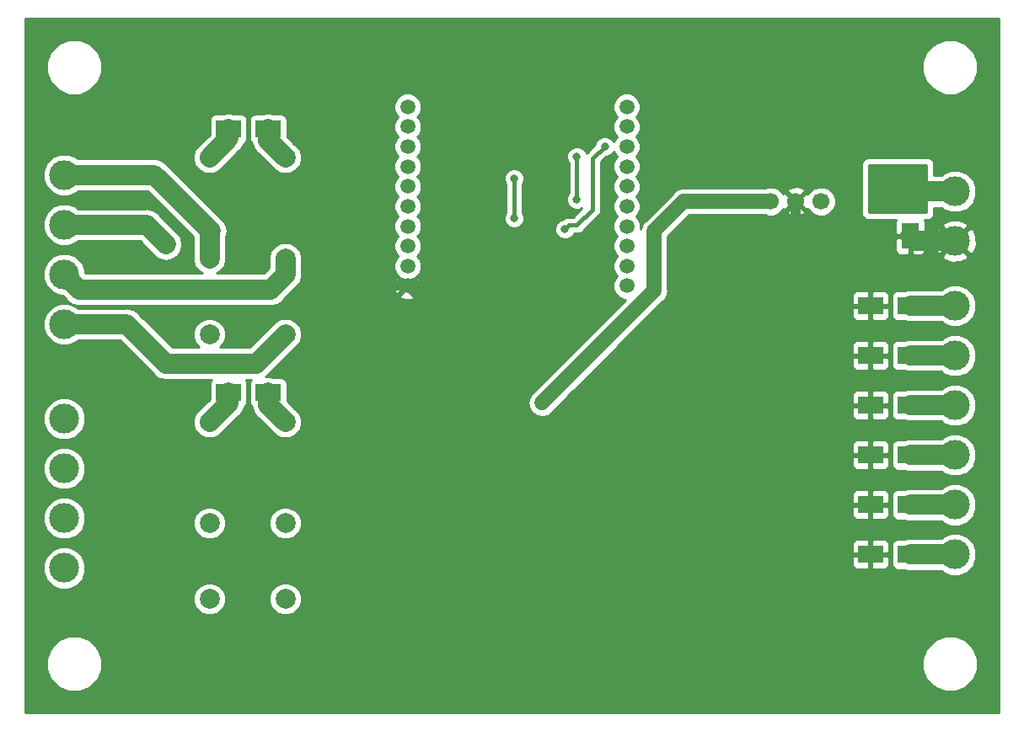
<source format=gbr>
G04 #@! TF.GenerationSoftware,KiCad,Pcbnew,(5.0.0-3-g5ebb6b6)*
G04 #@! TF.CreationDate,2018-09-16T20:50:52-07:00*
G04 #@! TF.ProjectId,controller_MK5,636F6E74726F6C6C65725F4D4B352E6B,rev?*
G04 #@! TF.SameCoordinates,Original*
G04 #@! TF.FileFunction,Copper,L2,Bot,Signal*
G04 #@! TF.FilePolarity,Positive*
%FSLAX46Y46*%
G04 Gerber Fmt 4.6, Leading zero omitted, Abs format (unit mm)*
G04 Created by KiCad (PCBNEW (5.0.0-3-g5ebb6b6)) date Sunday, September 16, 2018 at 08:50:52 PM*
%MOMM*%
%LPD*%
G01*
G04 APERTURE LIST*
G04 #@! TA.AperFunction,ComponentPad*
%ADD10C,2.000000*%
G04 #@! TD*
G04 #@! TA.AperFunction,SMDPad,CuDef*
%ADD11R,1.800000X2.500000*%
G04 #@! TD*
G04 #@! TA.AperFunction,ComponentPad*
%ADD12C,1.500000*%
G04 #@! TD*
G04 #@! TA.AperFunction,ComponentPad*
%ADD13C,3.000000*%
G04 #@! TD*
G04 #@! TA.AperFunction,SMDPad,CuDef*
%ADD14R,2.500000X1.800000*%
G04 #@! TD*
G04 #@! TA.AperFunction,ComponentPad*
%ADD15C,1.700000*%
G04 #@! TD*
G04 #@! TA.AperFunction,ViaPad*
%ADD16C,0.800000*%
G04 #@! TD*
G04 #@! TA.AperFunction,Conductor*
%ADD17C,2.000000*%
G04 #@! TD*
G04 #@! TA.AperFunction,Conductor*
%ADD18C,1.000000*%
G04 #@! TD*
G04 #@! TA.AperFunction,Conductor*
%ADD19C,0.400000*%
G04 #@! TD*
G04 #@! TA.AperFunction,Conductor*
%ADD20C,1.500000*%
G04 #@! TD*
G04 #@! TA.AperFunction,Conductor*
%ADD21C,0.254000*%
G04 #@! TD*
G04 APERTURE END LIST*
D10*
G04 #@! TO.P,U7,1*
G04 #@! TO.N,Net-(D2-PadA)*
X74990000Y-115890000D03*
G04 #@! TO.P,U7,3*
G04 #@! TO.N,/START_B1*
X74990000Y-126050000D03*
G04 #@! TO.P,U7,4*
G04 #@! TO.N,/START_B2*
X74990000Y-133670000D03*
G04 #@! TO.P,U7,5*
G04 #@! TO.N,/START_A2*
X82610000Y-133670000D03*
G04 #@! TO.P,U7,6*
G04 #@! TO.N,/START_A1*
X82610000Y-126050000D03*
G04 #@! TO.P,U7,8*
G04 #@! TO.N,Net-(D2-PadC)*
X82610000Y-115890000D03*
G04 #@! TD*
G04 #@! TO.P,U11,1*
G04 #@! TO.N,Net-(D11-PadA)*
X74990000Y-89290000D03*
G04 #@! TO.P,U11,3*
G04 #@! TO.N,/STOP_A1*
X74990000Y-99450000D03*
G04 #@! TO.P,U11,4*
G04 #@! TO.N,/STOP_A2*
X74990000Y-107070000D03*
G04 #@! TO.P,U11,5*
G04 #@! TO.N,/STOP_B2*
X82610000Y-107070000D03*
G04 #@! TO.P,U11,6*
G04 #@! TO.N,/STOP_B1*
X82610000Y-99450000D03*
G04 #@! TO.P,U11,8*
G04 #@! TO.N,Net-(D11-PadC)*
X82610000Y-89290000D03*
G04 #@! TD*
D11*
G04 #@! TO.P,D1,C*
G04 #@! TO.N,GND*
X145400000Y-97200000D03*
G04 #@! TO.P,D1,A*
G04 #@! TO.N,Net-(D1-PadA)*
X145400000Y-93200000D03*
G04 #@! TD*
D12*
G04 #@! TO.P,U1,20*
G04 #@! TO.N,Net-(U1-Pad20)*
X116900000Y-84200000D03*
G04 #@! TO.P,U1,1*
G04 #@! TO.N,/SYS_3V3*
X94900000Y-84200000D03*
G04 #@! TO.P,U1,19*
G04 #@! TO.N,/IN_PULSE*
X116900000Y-86200000D03*
G04 #@! TO.P,U1,2*
G04 #@! TO.N,Net-(U1-Pad2)*
X94900000Y-86200000D03*
G04 #@! TO.P,U1,18*
G04 #@! TO.N,/IN_FAULT4*
X116900000Y-88200000D03*
G04 #@! TO.P,U1,3*
G04 #@! TO.N,Net-(U1-Pad3)*
X94900000Y-88200000D03*
G04 #@! TO.P,U1,17*
G04 #@! TO.N,/IN_FAULT3*
X116900000Y-90200000D03*
G04 #@! TO.P,U1,4*
G04 #@! TO.N,/OUT_STOP*
X94900000Y-90200000D03*
G04 #@! TO.P,U1,16*
G04 #@! TO.N,/IN_FAULT2*
X116900000Y-92200000D03*
G04 #@! TO.P,U1,5*
G04 #@! TO.N,/~XBEE_RST*
X94900000Y-92200000D03*
G04 #@! TO.P,U1,15*
G04 #@! TO.N,/XBEE_ASSO*
X116900000Y-94200000D03*
G04 #@! TO.P,U1,6*
G04 #@! TO.N,/IN_FAULT1*
X94900000Y-94200000D03*
G04 #@! TO.P,U1,14*
G04 #@! TO.N,Net-(U1-Pad14)*
X116900000Y-96200000D03*
G04 #@! TO.P,U1,7*
G04 #@! TO.N,/OUT_START*
X94900000Y-96200000D03*
G04 #@! TO.P,U1,13*
G04 #@! TO.N,Net-(U1-Pad13)*
X116900000Y-98200000D03*
G04 #@! TO.P,U1,8*
G04 #@! TO.N,Net-(U1-Pad8)*
X94900000Y-98200000D03*
G04 #@! TO.P,U1,12*
G04 #@! TO.N,Net-(U1-Pad12)*
X116900000Y-100200000D03*
G04 #@! TO.P,U1,9*
G04 #@! TO.N,Net-(U1-Pad9)*
X94900000Y-100200000D03*
G04 #@! TO.P,U1,11*
G04 #@! TO.N,/IN_BRAKE*
X116900000Y-102200000D03*
G04 #@! TO.P,U1,10*
G04 #@! TO.N,GND*
X94900000Y-102200000D03*
G04 #@! TD*
D13*
G04 #@! TO.P,J1,1*
G04 #@! TO.N,Net-(D1-PadA)*
X149900000Y-92700000D03*
G04 #@! TO.P,J1,2*
G04 #@! TO.N,GND*
X149900000Y-97700000D03*
G04 #@! TD*
G04 #@! TO.P,J4,1*
G04 #@! TO.N,/STOP_A1*
X60400000Y-91050000D03*
G04 #@! TO.P,J4,2*
G04 #@! TO.N,/STOP_A2*
X60400000Y-96050000D03*
G04 #@! TO.P,J4,3*
G04 #@! TO.N,/STOP_B1*
X60400000Y-101050000D03*
G04 #@! TO.P,J4,4*
G04 #@! TO.N,/STOP_B2*
X60400000Y-106050000D03*
G04 #@! TD*
G04 #@! TO.P,J5,4*
G04 #@! TO.N,/START_B2*
X60400000Y-130550000D03*
G04 #@! TO.P,J5,3*
G04 #@! TO.N,/START_B1*
X60400000Y-125550000D03*
G04 #@! TO.P,J5,2*
G04 #@! TO.N,/START_A2*
X60400000Y-120550000D03*
G04 #@! TO.P,J5,1*
G04 #@! TO.N,/START_A1*
X60400000Y-115550000D03*
G04 #@! TD*
G04 #@! TO.P,J6,6*
G04 #@! TO.N,/EXT_BRAKE*
X149900000Y-104200000D03*
G04 #@! TO.P,J6,5*
G04 #@! TO.N,/EXT_PULSE*
X149900000Y-109200000D03*
G04 #@! TO.P,J6,4*
G04 #@! TO.N,/EXT_FAULT4*
X149900000Y-114200000D03*
G04 #@! TO.P,J6,3*
G04 #@! TO.N,/EXT_FAULT3*
X149900000Y-119200000D03*
G04 #@! TO.P,J6,2*
G04 #@! TO.N,/EXT_FAULT2*
X149900000Y-124200000D03*
G04 #@! TO.P,J6,1*
G04 #@! TO.N,/EXT_FAULT1*
X149900000Y-129200000D03*
G04 #@! TD*
D14*
G04 #@! TO.P,D4,C*
G04 #@! TO.N,GND*
X141400000Y-129200000D03*
G04 #@! TO.P,D4,A*
G04 #@! TO.N,/EXT_FAULT1*
X145400000Y-129200000D03*
G04 #@! TD*
G04 #@! TO.P,D5,C*
G04 #@! TO.N,GND*
X141400000Y-124200000D03*
G04 #@! TO.P,D5,A*
G04 #@! TO.N,/EXT_FAULT2*
X145400000Y-124200000D03*
G04 #@! TD*
G04 #@! TO.P,D6,A*
G04 #@! TO.N,/EXT_FAULT3*
X145400000Y-119200000D03*
G04 #@! TO.P,D6,C*
G04 #@! TO.N,GND*
X141400000Y-119200000D03*
G04 #@! TD*
G04 #@! TO.P,D8,A*
G04 #@! TO.N,/EXT_FAULT4*
X145400000Y-114200000D03*
G04 #@! TO.P,D8,C*
G04 #@! TO.N,GND*
X141400000Y-114200000D03*
G04 #@! TD*
G04 #@! TO.P,D9,C*
G04 #@! TO.N,GND*
X141400000Y-109200000D03*
G04 #@! TO.P,D9,A*
G04 #@! TO.N,/EXT_PULSE*
X145400000Y-109200000D03*
G04 #@! TD*
G04 #@! TO.P,D10,A*
G04 #@! TO.N,/EXT_BRAKE*
X145400000Y-104200000D03*
G04 #@! TO.P,D10,C*
G04 #@! TO.N,GND*
X141400000Y-104200000D03*
G04 #@! TD*
G04 #@! TO.P,D11,C*
G04 #@! TO.N,Net-(D11-PadC)*
X80900000Y-86450000D03*
G04 #@! TO.P,D11,A*
G04 #@! TO.N,Net-(D11-PadA)*
X76900000Y-86450000D03*
G04 #@! TD*
G04 #@! TO.P,D2,C*
G04 #@! TO.N,Net-(D2-PadC)*
X80900000Y-112950000D03*
G04 #@! TO.P,D2,A*
G04 #@! TO.N,Net-(D2-PadA)*
X76900000Y-112950000D03*
G04 #@! TD*
D15*
G04 #@! TO.P,U2,1*
G04 #@! TO.N,/EXT_24V*
X136440000Y-93700000D03*
G04 #@! TO.P,U2,2*
G04 #@! TO.N,GND*
X133900000Y-93700000D03*
G04 #@! TO.P,U2,3*
G04 #@! TO.N,/SYS_3V3*
X131360000Y-93700000D03*
G04 #@! TD*
D16*
G04 #@! TO.N,GND*
X141400000Y-129200000D03*
X141400000Y-124200000D03*
X141400000Y-119200000D03*
X141400000Y-114200000D03*
X141400000Y-109200000D03*
X141400000Y-104200000D03*
X130400000Y-123450000D03*
X126225000Y-123365000D03*
X126225000Y-118465000D03*
X130400000Y-118450000D03*
X126225000Y-113365000D03*
X130400000Y-113450000D03*
X126225000Y-108365000D03*
X130400000Y-108450000D03*
X126225000Y-103765000D03*
X130400000Y-103700000D03*
X123900000Y-97200000D03*
X88000000Y-93100000D03*
X87600000Y-87600000D03*
X88000000Y-102200000D03*
X99650000Y-124450000D03*
X90300000Y-117500000D03*
X109650000Y-117800000D03*
X111400000Y-105450000D03*
X98650000Y-95200000D03*
X89400000Y-139200000D03*
X94400000Y-139200000D03*
X103400000Y-139200000D03*
X112400000Y-139200000D03*
X119400000Y-139200000D03*
X125400000Y-139200000D03*
X132400000Y-139200000D03*
X138400000Y-139200000D03*
X143400000Y-139200000D03*
X113400000Y-98200000D03*
X113400000Y-100200000D03*
X108400000Y-94200000D03*
X107400000Y-97200000D03*
X108400000Y-100200000D03*
X119400000Y-87200000D03*
X120400000Y-123200000D03*
X120400000Y-128200000D03*
X120400000Y-118200000D03*
X120400000Y-113200000D03*
X122400000Y-108200000D03*
G04 #@! TO.N,/SYS_3V3*
X108400000Y-113950000D03*
G04 #@! TO.N,/EXT_FAULT1*
X145400000Y-129200000D03*
G04 #@! TO.N,/EXT_FAULT2*
X145400000Y-124200000D03*
G04 #@! TO.N,/EXT_FAULT3*
X145400000Y-119200000D03*
G04 #@! TO.N,/EXT_FAULT4*
X145400000Y-114200000D03*
G04 #@! TO.N,/EXT_PULSE*
X145400000Y-109200000D03*
G04 #@! TO.N,/EXT_BRAKE*
X145400000Y-104200000D03*
G04 #@! TO.N,/STOP_A2*
X70600000Y-98000000D03*
G04 #@! TO.N,/IN_PULSE*
X111900000Y-93500000D03*
X111900000Y-89200000D03*
G04 #@! TO.N,/IN_FAULT4*
X110700000Y-96500000D03*
X114700000Y-88200000D03*
G04 #@! TO.N,/IN_FAULT3*
X105600000Y-95400000D03*
X105600000Y-91400000D03*
G04 #@! TO.N,Net-(D1-PadA)*
X145400000Y-93200000D03*
X142900000Y-92010000D03*
X141900000Y-90950000D03*
X143900000Y-90950000D03*
X143900000Y-93200000D03*
X141900000Y-93200000D03*
X146400000Y-92450000D03*
G04 #@! TD*
D17*
G04 #@! TO.N,GND*
X145900000Y-97700000D02*
X145400000Y-97200000D01*
X149900000Y-97700000D02*
X145900000Y-97700000D01*
D18*
X126310000Y-123450000D02*
X126225000Y-123365000D01*
X130400000Y-123450000D02*
X126310000Y-123450000D01*
X130385000Y-118465000D02*
X130400000Y-118450000D01*
X126225000Y-118465000D02*
X130385000Y-118465000D01*
X126225000Y-113365000D02*
X130315000Y-113365000D01*
X130315000Y-113365000D02*
X130400000Y-113450000D01*
X130315000Y-108365000D02*
X130400000Y-108450000D01*
X126225000Y-108365000D02*
X130315000Y-108365000D01*
X126225000Y-103765000D02*
X130335000Y-103765000D01*
X130335000Y-103765000D02*
X130400000Y-103700000D01*
X123900000Y-97200000D02*
X132650000Y-97200000D01*
X133900000Y-95950000D02*
X133900000Y-93700000D01*
X132650000Y-97200000D02*
X133900000Y-95950000D01*
X88000000Y-88000000D02*
X87600000Y-87600000D01*
X88000000Y-93100000D02*
X88000000Y-88000000D01*
X94900000Y-102200000D02*
X88000000Y-102200000D01*
D19*
X99650000Y-120450000D02*
X96700000Y-117500000D01*
X96700000Y-117500000D02*
X90300000Y-117500000D01*
X99650000Y-124450000D02*
X99650000Y-120450000D01*
X109625000Y-117800000D02*
X109650000Y-117800000D01*
X102575001Y-124849999D02*
X109625000Y-117800000D01*
X100049999Y-124849999D02*
X102575001Y-124849999D01*
X99650000Y-124450000D02*
X100049999Y-124849999D01*
D18*
X98150000Y-105450000D02*
X94900000Y-102200000D01*
X111400000Y-105450000D02*
X98150000Y-105450000D01*
X98650000Y-95200000D02*
X98650000Y-100700000D01*
X97150000Y-102200000D02*
X94900000Y-102200000D01*
X98650000Y-100700000D02*
X97150000Y-102200000D01*
D20*
G04 #@! TO.N,/SYS_3V3*
X131360000Y-93700000D02*
X122650000Y-93700000D01*
X122650000Y-93700000D02*
X119650000Y-96700000D01*
X119650000Y-96700000D02*
X119650000Y-101966002D01*
X119650000Y-101966002D02*
X119650000Y-102700000D01*
X119650000Y-102700000D02*
X108400000Y-113950000D01*
D17*
G04 #@! TO.N,/EXT_FAULT1*
X145400000Y-129200000D02*
X149900000Y-129200000D01*
G04 #@! TO.N,/EXT_FAULT2*
X145400000Y-124200000D02*
X149900000Y-124200000D01*
G04 #@! TO.N,/EXT_FAULT3*
X145400000Y-119200000D02*
X149900000Y-119200000D01*
G04 #@! TO.N,/EXT_FAULT4*
X145400000Y-114200000D02*
X149900000Y-114200000D01*
G04 #@! TO.N,/EXT_PULSE*
X145400000Y-109200000D02*
X149900000Y-109200000D01*
G04 #@! TO.N,/EXT_BRAKE*
X145400000Y-104200000D02*
X149900000Y-104200000D01*
G04 #@! TO.N,/STOP_B2*
X60400000Y-106050000D02*
X66650000Y-106050000D01*
X66650000Y-106050000D02*
X70600000Y-110000000D01*
X79680000Y-110000000D02*
X82610000Y-107070000D01*
X70600000Y-110000000D02*
X79680000Y-110000000D01*
G04 #@! TO.N,/STOP_B1*
X61899999Y-102549999D02*
X81150001Y-102549999D01*
X60400000Y-101050000D02*
X61899999Y-102549999D01*
X82610000Y-101090000D02*
X82610000Y-99450000D01*
X81150001Y-102549999D02*
X82610000Y-101090000D01*
G04 #@! TO.N,/STOP_A2*
X68650000Y-96050000D02*
X70600000Y-98000000D01*
X60400000Y-96050000D02*
X68650000Y-96050000D01*
G04 #@! TO.N,/STOP_A1*
X60400000Y-91050000D02*
X69450000Y-91050000D01*
X69450000Y-91050000D02*
X75100000Y-96700000D01*
X74990000Y-96810000D02*
X74990000Y-99450000D01*
X75100000Y-96700000D02*
X74990000Y-96810000D01*
D19*
G04 #@! TO.N,/IN_PULSE*
X111900000Y-93500000D02*
X111900000Y-89200000D01*
G04 #@! TO.N,/IN_FAULT4*
X111099999Y-96100001D02*
X111899999Y-96100001D01*
X110700000Y-96500000D02*
X111099999Y-96100001D01*
X111899999Y-96100001D02*
X113500000Y-94500000D01*
X113500000Y-89400000D02*
X114700000Y-88200000D01*
X113500000Y-94500000D02*
X113500000Y-89400000D01*
G04 #@! TO.N,/IN_FAULT3*
X105600000Y-95400000D02*
X105600000Y-91400000D01*
D17*
G04 #@! TO.N,Net-(D1-PadA)*
X145900000Y-92700000D02*
X145400000Y-93200000D01*
X149900000Y-92700000D02*
X145900000Y-92700000D01*
X145400000Y-93200000D02*
X145400000Y-93200000D01*
G04 #@! TO.N,Net-(D2-PadC)*
X80900000Y-114180000D02*
X82610000Y-115890000D01*
X80900000Y-112950000D02*
X80900000Y-114180000D01*
G04 #@! TO.N,Net-(D2-PadA)*
X76900000Y-113980000D02*
X74990000Y-115890000D01*
X76900000Y-112950000D02*
X76900000Y-113980000D01*
G04 #@! TO.N,Net-(D11-PadC)*
X80900000Y-87580000D02*
X82610000Y-89290000D01*
X80900000Y-86450000D02*
X80900000Y-87580000D01*
G04 #@! TO.N,Net-(D11-PadA)*
X76900000Y-87380000D02*
X74990000Y-89290000D01*
X76900000Y-86450000D02*
X76900000Y-87380000D01*
G04 #@! TD*
D21*
G04 #@! TO.N,GND*
G36*
X154273000Y-145073000D02*
X56527000Y-145073000D01*
X56527000Y-139646029D01*
X58615000Y-139646029D01*
X58615000Y-140753971D01*
X59038991Y-141777576D01*
X59822424Y-142561009D01*
X60846029Y-142985000D01*
X61953971Y-142985000D01*
X62977576Y-142561009D01*
X63761009Y-141777576D01*
X64185000Y-140753971D01*
X64185000Y-139646029D01*
X146615000Y-139646029D01*
X146615000Y-140753971D01*
X147038991Y-141777576D01*
X147822424Y-142561009D01*
X148846029Y-142985000D01*
X149953971Y-142985000D01*
X150977576Y-142561009D01*
X151761009Y-141777576D01*
X152185000Y-140753971D01*
X152185000Y-139646029D01*
X151761009Y-138622424D01*
X150977576Y-137838991D01*
X149953971Y-137415000D01*
X148846029Y-137415000D01*
X147822424Y-137838991D01*
X147038991Y-138622424D01*
X146615000Y-139646029D01*
X64185000Y-139646029D01*
X63761009Y-138622424D01*
X62977576Y-137838991D01*
X61953971Y-137415000D01*
X60846029Y-137415000D01*
X59822424Y-137838991D01*
X59038991Y-138622424D01*
X58615000Y-139646029D01*
X56527000Y-139646029D01*
X56527000Y-133344778D01*
X73355000Y-133344778D01*
X73355000Y-133995222D01*
X73603914Y-134596153D01*
X74063847Y-135056086D01*
X74664778Y-135305000D01*
X75315222Y-135305000D01*
X75916153Y-135056086D01*
X76376086Y-134596153D01*
X76625000Y-133995222D01*
X76625000Y-133344778D01*
X80975000Y-133344778D01*
X80975000Y-133995222D01*
X81223914Y-134596153D01*
X81683847Y-135056086D01*
X82284778Y-135305000D01*
X82935222Y-135305000D01*
X83536153Y-135056086D01*
X83996086Y-134596153D01*
X84245000Y-133995222D01*
X84245000Y-133344778D01*
X83996086Y-132743847D01*
X83536153Y-132283914D01*
X82935222Y-132035000D01*
X82284778Y-132035000D01*
X81683847Y-132283914D01*
X81223914Y-132743847D01*
X80975000Y-133344778D01*
X76625000Y-133344778D01*
X76376086Y-132743847D01*
X75916153Y-132283914D01*
X75315222Y-132035000D01*
X74664778Y-132035000D01*
X74063847Y-132283914D01*
X73603914Y-132743847D01*
X73355000Y-133344778D01*
X56527000Y-133344778D01*
X56527000Y-130125322D01*
X58265000Y-130125322D01*
X58265000Y-130974678D01*
X58590034Y-131759380D01*
X59190620Y-132359966D01*
X59975322Y-132685000D01*
X60824678Y-132685000D01*
X61609380Y-132359966D01*
X62209966Y-131759380D01*
X62535000Y-130974678D01*
X62535000Y-130125322D01*
X62270081Y-129485750D01*
X139515000Y-129485750D01*
X139515000Y-130226310D01*
X139611673Y-130459699D01*
X139790302Y-130638327D01*
X140023691Y-130735000D01*
X141114250Y-130735000D01*
X141273000Y-130576250D01*
X141273000Y-129327000D01*
X141527000Y-129327000D01*
X141527000Y-130576250D01*
X141685750Y-130735000D01*
X142776309Y-130735000D01*
X143009698Y-130638327D01*
X143188327Y-130459699D01*
X143285000Y-130226310D01*
X143285000Y-129485750D01*
X143126250Y-129327000D01*
X141527000Y-129327000D01*
X141273000Y-129327000D01*
X139673750Y-129327000D01*
X139515000Y-129485750D01*
X62270081Y-129485750D01*
X62209966Y-129340620D01*
X61609380Y-128740034D01*
X60824678Y-128415000D01*
X59975322Y-128415000D01*
X59190620Y-128740034D01*
X58590034Y-129340620D01*
X58265000Y-130125322D01*
X56527000Y-130125322D01*
X56527000Y-128173690D01*
X139515000Y-128173690D01*
X139515000Y-128914250D01*
X139673750Y-129073000D01*
X141273000Y-129073000D01*
X141273000Y-127823750D01*
X141527000Y-127823750D01*
X141527000Y-129073000D01*
X143126250Y-129073000D01*
X143285000Y-128914250D01*
X143285000Y-128300000D01*
X143502560Y-128300000D01*
X143502560Y-130100000D01*
X143551843Y-130347765D01*
X143692191Y-130557809D01*
X143902235Y-130698157D01*
X144150000Y-130747440D01*
X144798775Y-130747440D01*
X145238969Y-130835000D01*
X148515654Y-130835000D01*
X148690620Y-131009966D01*
X149475322Y-131335000D01*
X150324678Y-131335000D01*
X151109380Y-131009966D01*
X151709966Y-130409380D01*
X152035000Y-129624678D01*
X152035000Y-128775322D01*
X151709966Y-127990620D01*
X151109380Y-127390034D01*
X150324678Y-127065000D01*
X149475322Y-127065000D01*
X148690620Y-127390034D01*
X148515654Y-127565000D01*
X145238969Y-127565000D01*
X144798775Y-127652560D01*
X144150000Y-127652560D01*
X143902235Y-127701843D01*
X143692191Y-127842191D01*
X143551843Y-128052235D01*
X143502560Y-128300000D01*
X143285000Y-128300000D01*
X143285000Y-128173690D01*
X143188327Y-127940301D01*
X143009698Y-127761673D01*
X142776309Y-127665000D01*
X141685750Y-127665000D01*
X141527000Y-127823750D01*
X141273000Y-127823750D01*
X141114250Y-127665000D01*
X140023691Y-127665000D01*
X139790302Y-127761673D01*
X139611673Y-127940301D01*
X139515000Y-128173690D01*
X56527000Y-128173690D01*
X56527000Y-125125322D01*
X58265000Y-125125322D01*
X58265000Y-125974678D01*
X58590034Y-126759380D01*
X59190620Y-127359966D01*
X59975322Y-127685000D01*
X60824678Y-127685000D01*
X61609380Y-127359966D01*
X62209966Y-126759380D01*
X62535000Y-125974678D01*
X62535000Y-125724778D01*
X73355000Y-125724778D01*
X73355000Y-126375222D01*
X73603914Y-126976153D01*
X74063847Y-127436086D01*
X74664778Y-127685000D01*
X75315222Y-127685000D01*
X75916153Y-127436086D01*
X76376086Y-126976153D01*
X76625000Y-126375222D01*
X76625000Y-125724778D01*
X80975000Y-125724778D01*
X80975000Y-126375222D01*
X81223914Y-126976153D01*
X81683847Y-127436086D01*
X82284778Y-127685000D01*
X82935222Y-127685000D01*
X83536153Y-127436086D01*
X83996086Y-126976153D01*
X84245000Y-126375222D01*
X84245000Y-125724778D01*
X83996086Y-125123847D01*
X83536153Y-124663914D01*
X83106028Y-124485750D01*
X139515000Y-124485750D01*
X139515000Y-125226310D01*
X139611673Y-125459699D01*
X139790302Y-125638327D01*
X140023691Y-125735000D01*
X141114250Y-125735000D01*
X141273000Y-125576250D01*
X141273000Y-124327000D01*
X141527000Y-124327000D01*
X141527000Y-125576250D01*
X141685750Y-125735000D01*
X142776309Y-125735000D01*
X143009698Y-125638327D01*
X143188327Y-125459699D01*
X143285000Y-125226310D01*
X143285000Y-124485750D01*
X143126250Y-124327000D01*
X141527000Y-124327000D01*
X141273000Y-124327000D01*
X139673750Y-124327000D01*
X139515000Y-124485750D01*
X83106028Y-124485750D01*
X82935222Y-124415000D01*
X82284778Y-124415000D01*
X81683847Y-124663914D01*
X81223914Y-125123847D01*
X80975000Y-125724778D01*
X76625000Y-125724778D01*
X76376086Y-125123847D01*
X75916153Y-124663914D01*
X75315222Y-124415000D01*
X74664778Y-124415000D01*
X74063847Y-124663914D01*
X73603914Y-125123847D01*
X73355000Y-125724778D01*
X62535000Y-125724778D01*
X62535000Y-125125322D01*
X62209966Y-124340620D01*
X61609380Y-123740034D01*
X60824678Y-123415000D01*
X59975322Y-123415000D01*
X59190620Y-123740034D01*
X58590034Y-124340620D01*
X58265000Y-125125322D01*
X56527000Y-125125322D01*
X56527000Y-123173690D01*
X139515000Y-123173690D01*
X139515000Y-123914250D01*
X139673750Y-124073000D01*
X141273000Y-124073000D01*
X141273000Y-122823750D01*
X141527000Y-122823750D01*
X141527000Y-124073000D01*
X143126250Y-124073000D01*
X143285000Y-123914250D01*
X143285000Y-123300000D01*
X143502560Y-123300000D01*
X143502560Y-125100000D01*
X143551843Y-125347765D01*
X143692191Y-125557809D01*
X143902235Y-125698157D01*
X144150000Y-125747440D01*
X144798775Y-125747440D01*
X145238969Y-125835000D01*
X148515654Y-125835000D01*
X148690620Y-126009966D01*
X149475322Y-126335000D01*
X150324678Y-126335000D01*
X151109380Y-126009966D01*
X151709966Y-125409380D01*
X152035000Y-124624678D01*
X152035000Y-123775322D01*
X151709966Y-122990620D01*
X151109380Y-122390034D01*
X150324678Y-122065000D01*
X149475322Y-122065000D01*
X148690620Y-122390034D01*
X148515654Y-122565000D01*
X145238969Y-122565000D01*
X144798775Y-122652560D01*
X144150000Y-122652560D01*
X143902235Y-122701843D01*
X143692191Y-122842191D01*
X143551843Y-123052235D01*
X143502560Y-123300000D01*
X143285000Y-123300000D01*
X143285000Y-123173690D01*
X143188327Y-122940301D01*
X143009698Y-122761673D01*
X142776309Y-122665000D01*
X141685750Y-122665000D01*
X141527000Y-122823750D01*
X141273000Y-122823750D01*
X141114250Y-122665000D01*
X140023691Y-122665000D01*
X139790302Y-122761673D01*
X139611673Y-122940301D01*
X139515000Y-123173690D01*
X56527000Y-123173690D01*
X56527000Y-120125322D01*
X58265000Y-120125322D01*
X58265000Y-120974678D01*
X58590034Y-121759380D01*
X59190620Y-122359966D01*
X59975322Y-122685000D01*
X60824678Y-122685000D01*
X61609380Y-122359966D01*
X62209966Y-121759380D01*
X62535000Y-120974678D01*
X62535000Y-120125322D01*
X62270081Y-119485750D01*
X139515000Y-119485750D01*
X139515000Y-120226310D01*
X139611673Y-120459699D01*
X139790302Y-120638327D01*
X140023691Y-120735000D01*
X141114250Y-120735000D01*
X141273000Y-120576250D01*
X141273000Y-119327000D01*
X141527000Y-119327000D01*
X141527000Y-120576250D01*
X141685750Y-120735000D01*
X142776309Y-120735000D01*
X143009698Y-120638327D01*
X143188327Y-120459699D01*
X143285000Y-120226310D01*
X143285000Y-119485750D01*
X143126250Y-119327000D01*
X141527000Y-119327000D01*
X141273000Y-119327000D01*
X139673750Y-119327000D01*
X139515000Y-119485750D01*
X62270081Y-119485750D01*
X62209966Y-119340620D01*
X61609380Y-118740034D01*
X60824678Y-118415000D01*
X59975322Y-118415000D01*
X59190620Y-118740034D01*
X58590034Y-119340620D01*
X58265000Y-120125322D01*
X56527000Y-120125322D01*
X56527000Y-118173690D01*
X139515000Y-118173690D01*
X139515000Y-118914250D01*
X139673750Y-119073000D01*
X141273000Y-119073000D01*
X141273000Y-117823750D01*
X141527000Y-117823750D01*
X141527000Y-119073000D01*
X143126250Y-119073000D01*
X143285000Y-118914250D01*
X143285000Y-118300000D01*
X143502560Y-118300000D01*
X143502560Y-120100000D01*
X143551843Y-120347765D01*
X143692191Y-120557809D01*
X143902235Y-120698157D01*
X144150000Y-120747440D01*
X144798775Y-120747440D01*
X145238969Y-120835000D01*
X148515654Y-120835000D01*
X148690620Y-121009966D01*
X149475322Y-121335000D01*
X150324678Y-121335000D01*
X151109380Y-121009966D01*
X151709966Y-120409380D01*
X152035000Y-119624678D01*
X152035000Y-118775322D01*
X151709966Y-117990620D01*
X151109380Y-117390034D01*
X150324678Y-117065000D01*
X149475322Y-117065000D01*
X148690620Y-117390034D01*
X148515654Y-117565000D01*
X145238969Y-117565000D01*
X144798775Y-117652560D01*
X144150000Y-117652560D01*
X143902235Y-117701843D01*
X143692191Y-117842191D01*
X143551843Y-118052235D01*
X143502560Y-118300000D01*
X143285000Y-118300000D01*
X143285000Y-118173690D01*
X143188327Y-117940301D01*
X143009698Y-117761673D01*
X142776309Y-117665000D01*
X141685750Y-117665000D01*
X141527000Y-117823750D01*
X141273000Y-117823750D01*
X141114250Y-117665000D01*
X140023691Y-117665000D01*
X139790302Y-117761673D01*
X139611673Y-117940301D01*
X139515000Y-118173690D01*
X56527000Y-118173690D01*
X56527000Y-115125322D01*
X58265000Y-115125322D01*
X58265000Y-115974678D01*
X58590034Y-116759380D01*
X59190620Y-117359966D01*
X59975322Y-117685000D01*
X60824678Y-117685000D01*
X61609380Y-117359966D01*
X62209966Y-116759380D01*
X62535000Y-115974678D01*
X62535000Y-115125322D01*
X62209966Y-114340620D01*
X61609380Y-113740034D01*
X60824678Y-113415000D01*
X59975322Y-113415000D01*
X59190620Y-113740034D01*
X58590034Y-114340620D01*
X58265000Y-115125322D01*
X56527000Y-115125322D01*
X56527000Y-105625322D01*
X58265000Y-105625322D01*
X58265000Y-106474678D01*
X58590034Y-107259380D01*
X59190620Y-107859966D01*
X59975322Y-108185000D01*
X60824678Y-108185000D01*
X61609380Y-107859966D01*
X61784346Y-107685000D01*
X65972762Y-107685000D01*
X69330016Y-111042255D01*
X69421231Y-111178769D01*
X69557744Y-111269984D01*
X69557746Y-111269986D01*
X69962054Y-111540136D01*
X70600000Y-111667031D01*
X70761031Y-111635000D01*
X75163587Y-111635000D01*
X75051843Y-111802235D01*
X75002560Y-112050000D01*
X75002560Y-113565201D01*
X73603914Y-114963847D01*
X73541079Y-115115543D01*
X73449865Y-115252055D01*
X73417834Y-115413082D01*
X73355000Y-115564778D01*
X73355000Y-115728970D01*
X73322969Y-115890000D01*
X73355000Y-116051030D01*
X73355000Y-116215222D01*
X73417834Y-116366918D01*
X73449865Y-116527945D01*
X73541079Y-116664456D01*
X73603914Y-116816153D01*
X73720018Y-116932257D01*
X73811232Y-117068768D01*
X73947743Y-117159982D01*
X74063847Y-117276086D01*
X74215544Y-117338921D01*
X74352055Y-117430135D01*
X74513082Y-117462166D01*
X74664778Y-117525000D01*
X74828970Y-117525000D01*
X74990000Y-117557031D01*
X75151030Y-117525000D01*
X75315222Y-117525000D01*
X75466918Y-117462166D01*
X75627945Y-117430135D01*
X75764457Y-117338921D01*
X75916153Y-117276086D01*
X76376087Y-116816152D01*
X77942252Y-115249986D01*
X78078769Y-115158769D01*
X78440136Y-114617945D01*
X78485580Y-114389480D01*
X78607809Y-114307809D01*
X78748157Y-114097765D01*
X78797440Y-113850000D01*
X78797440Y-112050000D01*
X78748157Y-111802235D01*
X78636413Y-111635000D01*
X79163587Y-111635000D01*
X79051843Y-111802235D01*
X79002560Y-112050000D01*
X79002560Y-113850000D01*
X79051843Y-114097765D01*
X79192191Y-114307809D01*
X79268539Y-114358824D01*
X79359864Y-114817945D01*
X79721232Y-115358769D01*
X79857748Y-115449986D01*
X81223914Y-116816153D01*
X81683847Y-117276086D01*
X81835540Y-117338920D01*
X81972054Y-117430135D01*
X82133082Y-117462165D01*
X82284778Y-117525000D01*
X82448973Y-117525000D01*
X82609999Y-117557030D01*
X82771025Y-117525000D01*
X82935222Y-117525000D01*
X83086919Y-117462165D01*
X83247945Y-117430135D01*
X83384456Y-117338921D01*
X83536153Y-117276086D01*
X83652257Y-117159982D01*
X83788768Y-117068768D01*
X83879982Y-116932257D01*
X83996086Y-116816153D01*
X84058921Y-116664456D01*
X84150135Y-116527945D01*
X84182165Y-116366919D01*
X84245000Y-116215222D01*
X84245000Y-116051025D01*
X84277030Y-115889999D01*
X84245000Y-115728973D01*
X84245000Y-115564778D01*
X84182165Y-115413082D01*
X84150135Y-115252054D01*
X84058920Y-115115540D01*
X83996086Y-114963847D01*
X83536153Y-114503914D01*
X82982239Y-113950000D01*
X106987867Y-113950000D01*
X107095359Y-114490399D01*
X107401472Y-114948528D01*
X107859601Y-115254641D01*
X108400000Y-115362133D01*
X108940399Y-115254641D01*
X109282888Y-115025797D01*
X109822935Y-114485750D01*
X139515000Y-114485750D01*
X139515000Y-115226310D01*
X139611673Y-115459699D01*
X139790302Y-115638327D01*
X140023691Y-115735000D01*
X141114250Y-115735000D01*
X141273000Y-115576250D01*
X141273000Y-114327000D01*
X141527000Y-114327000D01*
X141527000Y-115576250D01*
X141685750Y-115735000D01*
X142776309Y-115735000D01*
X143009698Y-115638327D01*
X143188327Y-115459699D01*
X143285000Y-115226310D01*
X143285000Y-114485750D01*
X143126250Y-114327000D01*
X141527000Y-114327000D01*
X141273000Y-114327000D01*
X139673750Y-114327000D01*
X139515000Y-114485750D01*
X109822935Y-114485750D01*
X111134995Y-113173690D01*
X139515000Y-113173690D01*
X139515000Y-113914250D01*
X139673750Y-114073000D01*
X141273000Y-114073000D01*
X141273000Y-112823750D01*
X141527000Y-112823750D01*
X141527000Y-114073000D01*
X143126250Y-114073000D01*
X143285000Y-113914250D01*
X143285000Y-113300000D01*
X143502560Y-113300000D01*
X143502560Y-115100000D01*
X143551843Y-115347765D01*
X143692191Y-115557809D01*
X143902235Y-115698157D01*
X144150000Y-115747440D01*
X144798775Y-115747440D01*
X145238969Y-115835000D01*
X148515654Y-115835000D01*
X148690620Y-116009966D01*
X149475322Y-116335000D01*
X150324678Y-116335000D01*
X151109380Y-116009966D01*
X151709966Y-115409380D01*
X152035000Y-114624678D01*
X152035000Y-113775322D01*
X151709966Y-112990620D01*
X151109380Y-112390034D01*
X150324678Y-112065000D01*
X149475322Y-112065000D01*
X148690620Y-112390034D01*
X148515654Y-112565000D01*
X145238969Y-112565000D01*
X144798775Y-112652560D01*
X144150000Y-112652560D01*
X143902235Y-112701843D01*
X143692191Y-112842191D01*
X143551843Y-113052235D01*
X143502560Y-113300000D01*
X143285000Y-113300000D01*
X143285000Y-113173690D01*
X143188327Y-112940301D01*
X143009698Y-112761673D01*
X142776309Y-112665000D01*
X141685750Y-112665000D01*
X141527000Y-112823750D01*
X141273000Y-112823750D01*
X141114250Y-112665000D01*
X140023691Y-112665000D01*
X139790302Y-112761673D01*
X139611673Y-112940301D01*
X139515000Y-113173690D01*
X111134995Y-113173690D01*
X114822935Y-109485750D01*
X139515000Y-109485750D01*
X139515000Y-110226310D01*
X139611673Y-110459699D01*
X139790302Y-110638327D01*
X140023691Y-110735000D01*
X141114250Y-110735000D01*
X141273000Y-110576250D01*
X141273000Y-109327000D01*
X141527000Y-109327000D01*
X141527000Y-110576250D01*
X141685750Y-110735000D01*
X142776309Y-110735000D01*
X143009698Y-110638327D01*
X143188327Y-110459699D01*
X143285000Y-110226310D01*
X143285000Y-109485750D01*
X143126250Y-109327000D01*
X141527000Y-109327000D01*
X141273000Y-109327000D01*
X139673750Y-109327000D01*
X139515000Y-109485750D01*
X114822935Y-109485750D01*
X116134995Y-108173690D01*
X139515000Y-108173690D01*
X139515000Y-108914250D01*
X139673750Y-109073000D01*
X141273000Y-109073000D01*
X141273000Y-107823750D01*
X141527000Y-107823750D01*
X141527000Y-109073000D01*
X143126250Y-109073000D01*
X143285000Y-108914250D01*
X143285000Y-108300000D01*
X143502560Y-108300000D01*
X143502560Y-110100000D01*
X143551843Y-110347765D01*
X143692191Y-110557809D01*
X143902235Y-110698157D01*
X144150000Y-110747440D01*
X144798775Y-110747440D01*
X145238969Y-110835000D01*
X148515654Y-110835000D01*
X148690620Y-111009966D01*
X149475322Y-111335000D01*
X150324678Y-111335000D01*
X151109380Y-111009966D01*
X151709966Y-110409380D01*
X152035000Y-109624678D01*
X152035000Y-108775322D01*
X151709966Y-107990620D01*
X151109380Y-107390034D01*
X150324678Y-107065000D01*
X149475322Y-107065000D01*
X148690620Y-107390034D01*
X148515654Y-107565000D01*
X145238969Y-107565000D01*
X144798775Y-107652560D01*
X144150000Y-107652560D01*
X143902235Y-107701843D01*
X143692191Y-107842191D01*
X143551843Y-108052235D01*
X143502560Y-108300000D01*
X143285000Y-108300000D01*
X143285000Y-108173690D01*
X143188327Y-107940301D01*
X143009698Y-107761673D01*
X142776309Y-107665000D01*
X141685750Y-107665000D01*
X141527000Y-107823750D01*
X141273000Y-107823750D01*
X141114250Y-107665000D01*
X140023691Y-107665000D01*
X139790302Y-107761673D01*
X139611673Y-107940301D01*
X139515000Y-108173690D01*
X116134995Y-108173690D01*
X119822935Y-104485750D01*
X139515000Y-104485750D01*
X139515000Y-105226310D01*
X139611673Y-105459699D01*
X139790302Y-105638327D01*
X140023691Y-105735000D01*
X141114250Y-105735000D01*
X141273000Y-105576250D01*
X141273000Y-104327000D01*
X141527000Y-104327000D01*
X141527000Y-105576250D01*
X141685750Y-105735000D01*
X142776309Y-105735000D01*
X143009698Y-105638327D01*
X143188327Y-105459699D01*
X143285000Y-105226310D01*
X143285000Y-104485750D01*
X143126250Y-104327000D01*
X141527000Y-104327000D01*
X141273000Y-104327000D01*
X139673750Y-104327000D01*
X139515000Y-104485750D01*
X119822935Y-104485750D01*
X120532888Y-103775798D01*
X120648529Y-103698529D01*
X120954641Y-103240400D01*
X120967910Y-103173690D01*
X139515000Y-103173690D01*
X139515000Y-103914250D01*
X139673750Y-104073000D01*
X141273000Y-104073000D01*
X141273000Y-102823750D01*
X141527000Y-102823750D01*
X141527000Y-104073000D01*
X143126250Y-104073000D01*
X143285000Y-103914250D01*
X143285000Y-103300000D01*
X143502560Y-103300000D01*
X143502560Y-105100000D01*
X143551843Y-105347765D01*
X143692191Y-105557809D01*
X143902235Y-105698157D01*
X144150000Y-105747440D01*
X144798775Y-105747440D01*
X145238969Y-105835000D01*
X148515654Y-105835000D01*
X148690620Y-106009966D01*
X149475322Y-106335000D01*
X150324678Y-106335000D01*
X151109380Y-106009966D01*
X151709966Y-105409380D01*
X152035000Y-104624678D01*
X152035000Y-103775322D01*
X151709966Y-102990620D01*
X151109380Y-102390034D01*
X150324678Y-102065000D01*
X149475322Y-102065000D01*
X148690620Y-102390034D01*
X148515654Y-102565000D01*
X145238969Y-102565000D01*
X144798775Y-102652560D01*
X144150000Y-102652560D01*
X143902235Y-102701843D01*
X143692191Y-102842191D01*
X143551843Y-103052235D01*
X143502560Y-103300000D01*
X143285000Y-103300000D01*
X143285000Y-103173690D01*
X143188327Y-102940301D01*
X143009698Y-102761673D01*
X142776309Y-102665000D01*
X141685750Y-102665000D01*
X141527000Y-102823750D01*
X141273000Y-102823750D01*
X141114250Y-102665000D01*
X140023691Y-102665000D01*
X139790302Y-102761673D01*
X139611673Y-102940301D01*
X139515000Y-103173690D01*
X120967910Y-103173690D01*
X121004325Y-102990620D01*
X121062133Y-102700000D01*
X121035000Y-102563593D01*
X121035000Y-99213970D01*
X148565635Y-99213970D01*
X148725418Y-99532739D01*
X149516187Y-99842723D01*
X150365387Y-99826497D01*
X151074582Y-99532739D01*
X151234365Y-99213970D01*
X149900000Y-97879605D01*
X148565635Y-99213970D01*
X121035000Y-99213970D01*
X121035000Y-97485750D01*
X143865000Y-97485750D01*
X143865000Y-98576309D01*
X143961673Y-98809698D01*
X144140301Y-98988327D01*
X144373690Y-99085000D01*
X145114250Y-99085000D01*
X145273000Y-98926250D01*
X145273000Y-97327000D01*
X145527000Y-97327000D01*
X145527000Y-98926250D01*
X145685750Y-99085000D01*
X146426310Y-99085000D01*
X146659699Y-98988327D01*
X146838327Y-98809698D01*
X146935000Y-98576309D01*
X146935000Y-97485750D01*
X146776250Y-97327000D01*
X145527000Y-97327000D01*
X145273000Y-97327000D01*
X144023750Y-97327000D01*
X143865000Y-97485750D01*
X121035000Y-97485750D01*
X121035000Y-97316187D01*
X147757277Y-97316187D01*
X147773503Y-98165387D01*
X148067261Y-98874582D01*
X148386030Y-99034365D01*
X149720395Y-97700000D01*
X150079605Y-97700000D01*
X151413970Y-99034365D01*
X151732739Y-98874582D01*
X152042723Y-98083813D01*
X152026497Y-97234613D01*
X151732739Y-96525418D01*
X151413970Y-96365635D01*
X150079605Y-97700000D01*
X149720395Y-97700000D01*
X148386030Y-96365635D01*
X148067261Y-96525418D01*
X147757277Y-97316187D01*
X121035000Y-97316187D01*
X121035000Y-97273685D01*
X123223686Y-95085000D01*
X130823194Y-95085000D01*
X131064615Y-95185000D01*
X131655385Y-95185000D01*
X132201185Y-94958922D01*
X132416149Y-94743958D01*
X133035647Y-94743958D01*
X133115920Y-94995259D01*
X133671279Y-95196718D01*
X134261458Y-95170315D01*
X134684080Y-94995259D01*
X134764353Y-94743958D01*
X133900000Y-93879605D01*
X133035647Y-94743958D01*
X132416149Y-94743958D01*
X132618922Y-94541185D01*
X132638155Y-94494753D01*
X132856042Y-94564353D01*
X133720395Y-93700000D01*
X134079605Y-93700000D01*
X134943958Y-94564353D01*
X135161845Y-94494753D01*
X135181078Y-94541185D01*
X135598815Y-94958922D01*
X136144615Y-95185000D01*
X136735385Y-95185000D01*
X137281185Y-94958922D01*
X137698922Y-94541185D01*
X137925000Y-93995385D01*
X137925000Y-93404615D01*
X137698922Y-92858815D01*
X137281185Y-92441078D01*
X136735385Y-92215000D01*
X136144615Y-92215000D01*
X135598815Y-92441078D01*
X135181078Y-92858815D01*
X135161845Y-92905247D01*
X134943958Y-92835647D01*
X134079605Y-93700000D01*
X133720395Y-93700000D01*
X132856042Y-92835647D01*
X132638155Y-92905247D01*
X132618922Y-92858815D01*
X132416149Y-92656042D01*
X133035647Y-92656042D01*
X133900000Y-93520395D01*
X134764353Y-92656042D01*
X134684080Y-92404741D01*
X134128721Y-92203282D01*
X133538542Y-92229685D01*
X133115920Y-92404741D01*
X133035647Y-92656042D01*
X132416149Y-92656042D01*
X132201185Y-92441078D01*
X131655385Y-92215000D01*
X131064615Y-92215000D01*
X130823194Y-92315000D01*
X122786407Y-92315000D01*
X122650000Y-92287867D01*
X122513593Y-92315000D01*
X122109600Y-92395359D01*
X121651471Y-92701471D01*
X121574202Y-92817112D01*
X118767112Y-95624203D01*
X118651471Y-95701472D01*
X118473572Y-95967717D01*
X118345359Y-96159601D01*
X118285000Y-96463046D01*
X118285000Y-95924506D01*
X118074147Y-95415460D01*
X117858687Y-95200000D01*
X118074147Y-94984540D01*
X118285000Y-94475494D01*
X118285000Y-93924506D01*
X118074147Y-93415460D01*
X117858687Y-93200000D01*
X118074147Y-92984540D01*
X118285000Y-92475494D01*
X118285000Y-91924506D01*
X118074147Y-91415460D01*
X117858687Y-91200000D01*
X118074147Y-90984540D01*
X118285000Y-90475494D01*
X118285000Y-89950000D01*
X140515000Y-89950000D01*
X140515000Y-94950000D01*
X140563336Y-95193004D01*
X140700987Y-95399013D01*
X140906996Y-95536664D01*
X141150000Y-95585000D01*
X143966975Y-95585000D01*
X143961673Y-95590302D01*
X143865000Y-95823691D01*
X143865000Y-96914250D01*
X144023750Y-97073000D01*
X145273000Y-97073000D01*
X145273000Y-97053000D01*
X145527000Y-97053000D01*
X145527000Y-97073000D01*
X146776250Y-97073000D01*
X146935000Y-96914250D01*
X146935000Y-96186030D01*
X148565635Y-96186030D01*
X149900000Y-97520395D01*
X151234365Y-96186030D01*
X151074582Y-95867261D01*
X150283813Y-95557277D01*
X149434613Y-95573503D01*
X148725418Y-95867261D01*
X148565635Y-96186030D01*
X146935000Y-96186030D01*
X146935000Y-95823691D01*
X146838327Y-95590302D01*
X146833025Y-95585000D01*
X147150000Y-95585000D01*
X147393004Y-95536664D01*
X147599013Y-95399013D01*
X147736664Y-95193004D01*
X147785000Y-94950000D01*
X147785000Y-94335000D01*
X148515654Y-94335000D01*
X148690620Y-94509966D01*
X149475322Y-94835000D01*
X150324678Y-94835000D01*
X151109380Y-94509966D01*
X151709966Y-93909380D01*
X152035000Y-93124678D01*
X152035000Y-92275322D01*
X151709966Y-91490620D01*
X151109380Y-90890034D01*
X150324678Y-90565000D01*
X149475322Y-90565000D01*
X148690620Y-90890034D01*
X148515654Y-91065000D01*
X147785000Y-91065000D01*
X147785000Y-89950000D01*
X147736664Y-89706996D01*
X147599013Y-89500987D01*
X147393004Y-89363336D01*
X147150000Y-89315000D01*
X141150000Y-89315000D01*
X140906996Y-89363336D01*
X140700987Y-89500987D01*
X140563336Y-89706996D01*
X140515000Y-89950000D01*
X118285000Y-89950000D01*
X118285000Y-89924506D01*
X118074147Y-89415460D01*
X117858687Y-89200000D01*
X118074147Y-88984540D01*
X118285000Y-88475494D01*
X118285000Y-87924506D01*
X118074147Y-87415460D01*
X117858687Y-87200000D01*
X118074147Y-86984540D01*
X118285000Y-86475494D01*
X118285000Y-85924506D01*
X118074147Y-85415460D01*
X117858687Y-85200000D01*
X118074147Y-84984540D01*
X118285000Y-84475494D01*
X118285000Y-83924506D01*
X118074147Y-83415460D01*
X117684540Y-83025853D01*
X117175494Y-82815000D01*
X116624506Y-82815000D01*
X116115460Y-83025853D01*
X115725853Y-83415460D01*
X115515000Y-83924506D01*
X115515000Y-84475494D01*
X115725853Y-84984540D01*
X115941313Y-85200000D01*
X115725853Y-85415460D01*
X115515000Y-85924506D01*
X115515000Y-86475494D01*
X115725853Y-86984540D01*
X115941313Y-87200000D01*
X115725853Y-87415460D01*
X115610581Y-87693752D01*
X115577431Y-87613720D01*
X115286280Y-87322569D01*
X114905874Y-87165000D01*
X114494126Y-87165000D01*
X114113720Y-87322569D01*
X113822569Y-87613720D01*
X113665000Y-87994126D01*
X113665000Y-88054132D01*
X112967718Y-88751415D01*
X112898000Y-88797999D01*
X112870691Y-88838870D01*
X112777431Y-88613720D01*
X112486280Y-88322569D01*
X112105874Y-88165000D01*
X111694126Y-88165000D01*
X111313720Y-88322569D01*
X111022569Y-88613720D01*
X110865000Y-88994126D01*
X110865000Y-89405874D01*
X111022569Y-89786280D01*
X111065001Y-89828712D01*
X111065000Y-92871289D01*
X111022569Y-92913720D01*
X110865000Y-93294126D01*
X110865000Y-93705874D01*
X111022569Y-94086280D01*
X111313720Y-94377431D01*
X111694126Y-94535000D01*
X112105874Y-94535000D01*
X112410180Y-94408953D01*
X111554132Y-95265001D01*
X111182231Y-95265001D01*
X111099998Y-95248644D01*
X111017765Y-95265001D01*
X111017762Y-95265001D01*
X110774198Y-95313449D01*
X110547386Y-95465000D01*
X110494126Y-95465000D01*
X110113720Y-95622569D01*
X109822569Y-95913720D01*
X109665000Y-96294126D01*
X109665000Y-96705874D01*
X109822569Y-97086280D01*
X110113720Y-97377431D01*
X110494126Y-97535000D01*
X110905874Y-97535000D01*
X111286280Y-97377431D01*
X111577431Y-97086280D01*
X111640093Y-96935001D01*
X111817766Y-96935001D01*
X111899999Y-96951358D01*
X111982232Y-96935001D01*
X111982236Y-96935001D01*
X112225800Y-96886553D01*
X112502000Y-96702002D01*
X112548586Y-96632281D01*
X114032283Y-95148585D01*
X114102001Y-95102001D01*
X114286552Y-94825801D01*
X114335000Y-94582237D01*
X114335000Y-94582234D01*
X114351357Y-94500001D01*
X114335000Y-94417768D01*
X114335000Y-89745867D01*
X114845868Y-89235000D01*
X114905874Y-89235000D01*
X115286280Y-89077431D01*
X115577431Y-88786280D01*
X115610581Y-88706248D01*
X115725853Y-88984540D01*
X115941313Y-89200000D01*
X115725853Y-89415460D01*
X115515000Y-89924506D01*
X115515000Y-90475494D01*
X115725853Y-90984540D01*
X115941313Y-91200000D01*
X115725853Y-91415460D01*
X115515000Y-91924506D01*
X115515000Y-92475494D01*
X115725853Y-92984540D01*
X115941313Y-93200000D01*
X115725853Y-93415460D01*
X115515000Y-93924506D01*
X115515000Y-94475494D01*
X115725853Y-94984540D01*
X115941313Y-95200000D01*
X115725853Y-95415460D01*
X115515000Y-95924506D01*
X115515000Y-96475494D01*
X115725853Y-96984540D01*
X115941313Y-97200000D01*
X115725853Y-97415460D01*
X115515000Y-97924506D01*
X115515000Y-98475494D01*
X115725853Y-98984540D01*
X115941313Y-99200000D01*
X115725853Y-99415460D01*
X115515000Y-99924506D01*
X115515000Y-100475494D01*
X115725853Y-100984540D01*
X115941313Y-101200000D01*
X115725853Y-101415460D01*
X115515000Y-101924506D01*
X115515000Y-102475494D01*
X115725853Y-102984540D01*
X116115460Y-103374147D01*
X116624506Y-103585000D01*
X116806314Y-103585000D01*
X107324203Y-113067112D01*
X107095359Y-113409601D01*
X106987867Y-113950000D01*
X82982239Y-113950000D01*
X82797440Y-113765202D01*
X82797440Y-112050000D01*
X82748157Y-111802235D01*
X82607809Y-111592191D01*
X82397765Y-111451843D01*
X82150000Y-111402560D01*
X81501224Y-111402560D01*
X80900000Y-111282969D01*
X80619243Y-111338815D01*
X80858769Y-111178769D01*
X80949988Y-111042250D01*
X83879985Y-108112254D01*
X83996086Y-107996153D01*
X84058918Y-107844462D01*
X84150136Y-107707946D01*
X84182167Y-107546913D01*
X84245000Y-107395222D01*
X84245000Y-107231031D01*
X84277031Y-107070000D01*
X84245000Y-106908969D01*
X84245000Y-106744778D01*
X84182167Y-106593086D01*
X84150136Y-106432055D01*
X84058919Y-106295539D01*
X83996086Y-106143847D01*
X83879986Y-106027747D01*
X83788769Y-105891231D01*
X83652253Y-105800014D01*
X83536153Y-105683914D01*
X83384461Y-105621081D01*
X83247945Y-105529864D01*
X83086914Y-105497833D01*
X82935222Y-105435000D01*
X82771031Y-105435000D01*
X82610000Y-105402969D01*
X82448969Y-105435000D01*
X82284778Y-105435000D01*
X82133087Y-105497833D01*
X81972054Y-105529864D01*
X81835538Y-105621082D01*
X81683847Y-105683914D01*
X81567746Y-105800015D01*
X79002762Y-108365000D01*
X76007239Y-108365000D01*
X76376086Y-107996153D01*
X76625000Y-107395222D01*
X76625000Y-106744778D01*
X76376086Y-106143847D01*
X75916153Y-105683914D01*
X75315222Y-105435000D01*
X74664778Y-105435000D01*
X74063847Y-105683914D01*
X73603914Y-106143847D01*
X73355000Y-106744778D01*
X73355000Y-107395222D01*
X73603914Y-107996153D01*
X73972761Y-108365000D01*
X71277240Y-108365000D01*
X67919988Y-105007750D01*
X67828769Y-104871231D01*
X67287945Y-104509864D01*
X66811031Y-104415000D01*
X66811030Y-104415000D01*
X66650000Y-104382969D01*
X66488970Y-104415000D01*
X61784346Y-104415000D01*
X61609380Y-104240034D01*
X60824678Y-103915000D01*
X59975322Y-103915000D01*
X59190620Y-104240034D01*
X58590034Y-104840620D01*
X58265000Y-105625322D01*
X56527000Y-105625322D01*
X56527000Y-95625322D01*
X58265000Y-95625322D01*
X58265000Y-96474678D01*
X58590034Y-97259380D01*
X59190620Y-97859966D01*
X59975322Y-98185000D01*
X60824678Y-98185000D01*
X61609380Y-97859966D01*
X61784346Y-97685000D01*
X67972762Y-97685000D01*
X69557746Y-99269985D01*
X69962054Y-99540135D01*
X70599999Y-99667030D01*
X71237945Y-99540135D01*
X71778768Y-99178768D01*
X72140135Y-98637945D01*
X72267030Y-97999999D01*
X72140135Y-97362054D01*
X71869985Y-96957746D01*
X69919988Y-95007750D01*
X69828769Y-94871231D01*
X69287945Y-94509864D01*
X68811031Y-94415000D01*
X68811030Y-94415000D01*
X68650000Y-94382969D01*
X68488970Y-94415000D01*
X61784346Y-94415000D01*
X61609380Y-94240034D01*
X60824678Y-93915000D01*
X59975322Y-93915000D01*
X59190620Y-94240034D01*
X58590034Y-94840620D01*
X58265000Y-95625322D01*
X56527000Y-95625322D01*
X56527000Y-90625322D01*
X58265000Y-90625322D01*
X58265000Y-91474678D01*
X58590034Y-92259380D01*
X59190620Y-92859966D01*
X59975322Y-93185000D01*
X60824678Y-93185000D01*
X61609380Y-92859966D01*
X61784346Y-92685000D01*
X68772762Y-92685000D01*
X73355000Y-97267239D01*
X73355001Y-99124776D01*
X73355000Y-99124778D01*
X73355000Y-99775222D01*
X73417835Y-99926919D01*
X73449865Y-100087945D01*
X73541079Y-100224457D01*
X73603914Y-100376153D01*
X73720017Y-100492256D01*
X73811232Y-100628769D01*
X73947745Y-100719984D01*
X74063847Y-100836086D01*
X74215542Y-100898920D01*
X74239606Y-100914999D01*
X62577238Y-100914999D01*
X62535000Y-100872761D01*
X62535000Y-100625322D01*
X62209966Y-99840620D01*
X61609380Y-99240034D01*
X60824678Y-98915000D01*
X59975322Y-98915000D01*
X59190620Y-99240034D01*
X58590034Y-99840620D01*
X58265000Y-100625322D01*
X58265000Y-101474678D01*
X58590034Y-102259380D01*
X59190620Y-102859966D01*
X59975322Y-103185000D01*
X60222761Y-103185000D01*
X60630013Y-103592251D01*
X60721230Y-103728768D01*
X61262054Y-104090135D01*
X61738968Y-104184999D01*
X61738969Y-104184999D01*
X61899999Y-104217030D01*
X62061029Y-104184999D01*
X80988971Y-104184999D01*
X81150001Y-104217030D01*
X81311031Y-104184999D01*
X81311032Y-104184999D01*
X81787946Y-104090135D01*
X82328770Y-103728768D01*
X82419989Y-103592249D01*
X82840721Y-103171517D01*
X94108088Y-103171517D01*
X94176077Y-103412460D01*
X94695171Y-103597201D01*
X95245448Y-103569230D01*
X95623923Y-103412460D01*
X95691912Y-103171517D01*
X94900000Y-102379605D01*
X94108088Y-103171517D01*
X82840721Y-103171517D01*
X83652253Y-102359986D01*
X83788769Y-102268769D01*
X83971581Y-101995171D01*
X93502799Y-101995171D01*
X93530770Y-102545448D01*
X93687540Y-102923923D01*
X93928483Y-102991912D01*
X94720395Y-102200000D01*
X95079605Y-102200000D01*
X95871517Y-102991912D01*
X96112460Y-102923923D01*
X96297201Y-102404829D01*
X96269230Y-101854552D01*
X96112460Y-101476077D01*
X95871517Y-101408088D01*
X95079605Y-102200000D01*
X94720395Y-102200000D01*
X93928483Y-101408088D01*
X93687540Y-101476077D01*
X93502799Y-101995171D01*
X83971581Y-101995171D01*
X84150136Y-101727945D01*
X84245000Y-101251031D01*
X84245000Y-101251027D01*
X84277030Y-101090001D01*
X84245000Y-100928975D01*
X84245000Y-99124778D01*
X84182167Y-98973086D01*
X84150136Y-98812055D01*
X84058919Y-98675539D01*
X83996086Y-98523847D01*
X83879986Y-98407747D01*
X83788769Y-98271231D01*
X83652253Y-98180014D01*
X83536153Y-98063914D01*
X83384461Y-98001081D01*
X83247945Y-97909864D01*
X83086914Y-97877833D01*
X82935222Y-97815000D01*
X82771031Y-97815000D01*
X82610000Y-97782969D01*
X82448969Y-97815000D01*
X82284778Y-97815000D01*
X82133085Y-97877833D01*
X81972056Y-97909864D01*
X81835542Y-98001080D01*
X81683847Y-98063914D01*
X81567745Y-98180016D01*
X81431232Y-98271231D01*
X81340017Y-98407744D01*
X81223914Y-98523847D01*
X81161079Y-98675543D01*
X81069865Y-98812055D01*
X81037834Y-98973083D01*
X80975000Y-99124778D01*
X80975000Y-100412761D01*
X80472763Y-100914999D01*
X75740395Y-100914999D01*
X75764461Y-100898919D01*
X75916153Y-100836086D01*
X76032253Y-100719986D01*
X76168769Y-100628769D01*
X76259986Y-100492253D01*
X76376086Y-100376153D01*
X76438919Y-100224461D01*
X76530136Y-100087945D01*
X76562167Y-99926914D01*
X76625000Y-99775222D01*
X76625000Y-97360598D01*
X76640136Y-97337945D01*
X76767031Y-96700000D01*
X76640136Y-96062054D01*
X76369985Y-95657746D01*
X76369982Y-95657743D01*
X76278768Y-95521232D01*
X76142257Y-95430018D01*
X70719988Y-90007750D01*
X70628769Y-89871231D01*
X70087945Y-89509864D01*
X69611031Y-89415000D01*
X69611030Y-89415000D01*
X69450000Y-89382969D01*
X69288970Y-89415000D01*
X61784346Y-89415000D01*
X61659346Y-89290000D01*
X73322969Y-89290000D01*
X73355000Y-89451030D01*
X73355000Y-89615222D01*
X73417834Y-89766918D01*
X73449865Y-89927945D01*
X73541079Y-90064456D01*
X73603914Y-90216153D01*
X73720018Y-90332257D01*
X73811232Y-90468768D01*
X73947743Y-90559982D01*
X74063847Y-90676086D01*
X74215544Y-90738921D01*
X74352055Y-90830135D01*
X74513082Y-90862166D01*
X74664778Y-90925000D01*
X74828970Y-90925000D01*
X74990000Y-90957031D01*
X75151030Y-90925000D01*
X75315222Y-90925000D01*
X75466918Y-90862166D01*
X75627945Y-90830135D01*
X75764457Y-90738921D01*
X75916153Y-90676086D01*
X76376087Y-90216152D01*
X77942252Y-88649986D01*
X78078769Y-88558769D01*
X78440136Y-88017945D01*
X78462640Y-87904808D01*
X78607809Y-87807809D01*
X78748157Y-87597765D01*
X78797440Y-87350000D01*
X78797440Y-85550000D01*
X79002560Y-85550000D01*
X79002560Y-87350000D01*
X79051843Y-87597765D01*
X79192191Y-87807809D01*
X79291479Y-87874152D01*
X79359864Y-88217945D01*
X79721232Y-88758769D01*
X79857748Y-88849986D01*
X81223914Y-90216153D01*
X81683847Y-90676086D01*
X81835540Y-90738920D01*
X81972054Y-90830135D01*
X82133082Y-90862165D01*
X82284778Y-90925000D01*
X82448973Y-90925000D01*
X82609999Y-90957030D01*
X82771025Y-90925000D01*
X82935222Y-90925000D01*
X83086919Y-90862165D01*
X83247945Y-90830135D01*
X83384456Y-90738921D01*
X83536153Y-90676086D01*
X83652257Y-90559982D01*
X83788768Y-90468768D01*
X83879982Y-90332257D01*
X83996086Y-90216153D01*
X84058921Y-90064456D01*
X84150135Y-89927945D01*
X84182165Y-89766919D01*
X84245000Y-89615222D01*
X84245000Y-89451025D01*
X84277030Y-89289999D01*
X84245000Y-89128973D01*
X84245000Y-88964778D01*
X84182165Y-88813082D01*
X84150135Y-88652054D01*
X84058920Y-88515540D01*
X83996086Y-88363847D01*
X83536153Y-87903914D01*
X82797440Y-87165202D01*
X82797440Y-85550000D01*
X82748157Y-85302235D01*
X82607809Y-85092191D01*
X82397765Y-84951843D01*
X82150000Y-84902560D01*
X81501224Y-84902560D01*
X80900000Y-84782969D01*
X80298775Y-84902560D01*
X79650000Y-84902560D01*
X79402235Y-84951843D01*
X79192191Y-85092191D01*
X79051843Y-85302235D01*
X79002560Y-85550000D01*
X78797440Y-85550000D01*
X78748157Y-85302235D01*
X78607809Y-85092191D01*
X78397765Y-84951843D01*
X78150000Y-84902560D01*
X77501224Y-84902560D01*
X76900000Y-84782969D01*
X76298775Y-84902560D01*
X75650000Y-84902560D01*
X75402235Y-84951843D01*
X75192191Y-85092191D01*
X75051843Y-85302235D01*
X75002560Y-85550000D01*
X75002560Y-86965201D01*
X73603914Y-88363847D01*
X73541079Y-88515543D01*
X73449865Y-88652055D01*
X73417834Y-88813082D01*
X73355000Y-88964778D01*
X73355000Y-89128970D01*
X73322969Y-89290000D01*
X61659346Y-89290000D01*
X61609380Y-89240034D01*
X60824678Y-88915000D01*
X59975322Y-88915000D01*
X59190620Y-89240034D01*
X58590034Y-89840620D01*
X58265000Y-90625322D01*
X56527000Y-90625322D01*
X56527000Y-83924506D01*
X93515000Y-83924506D01*
X93515000Y-84475494D01*
X93725853Y-84984540D01*
X93941313Y-85200000D01*
X93725853Y-85415460D01*
X93515000Y-85924506D01*
X93515000Y-86475494D01*
X93725853Y-86984540D01*
X93941313Y-87200000D01*
X93725853Y-87415460D01*
X93515000Y-87924506D01*
X93515000Y-88475494D01*
X93725853Y-88984540D01*
X93941313Y-89200000D01*
X93725853Y-89415460D01*
X93515000Y-89924506D01*
X93515000Y-90475494D01*
X93725853Y-90984540D01*
X93941313Y-91200000D01*
X93725853Y-91415460D01*
X93515000Y-91924506D01*
X93515000Y-92475494D01*
X93725853Y-92984540D01*
X93941313Y-93200000D01*
X93725853Y-93415460D01*
X93515000Y-93924506D01*
X93515000Y-94475494D01*
X93725853Y-94984540D01*
X93941313Y-95200000D01*
X93725853Y-95415460D01*
X93515000Y-95924506D01*
X93515000Y-96475494D01*
X93725853Y-96984540D01*
X93941313Y-97200000D01*
X93725853Y-97415460D01*
X93515000Y-97924506D01*
X93515000Y-98475494D01*
X93725853Y-98984540D01*
X93941313Y-99200000D01*
X93725853Y-99415460D01*
X93515000Y-99924506D01*
X93515000Y-100475494D01*
X93725853Y-100984540D01*
X94115460Y-101374147D01*
X94351539Y-101471934D01*
X94900000Y-102020395D01*
X95448461Y-101471934D01*
X95684540Y-101374147D01*
X96074147Y-100984540D01*
X96285000Y-100475494D01*
X96285000Y-99924506D01*
X96074147Y-99415460D01*
X95858687Y-99200000D01*
X96074147Y-98984540D01*
X96285000Y-98475494D01*
X96285000Y-97924506D01*
X96074147Y-97415460D01*
X95858687Y-97200000D01*
X96074147Y-96984540D01*
X96285000Y-96475494D01*
X96285000Y-95924506D01*
X96074147Y-95415460D01*
X95858687Y-95200000D01*
X96074147Y-94984540D01*
X96285000Y-94475494D01*
X96285000Y-93924506D01*
X96074147Y-93415460D01*
X95858687Y-93200000D01*
X96074147Y-92984540D01*
X96285000Y-92475494D01*
X96285000Y-91924506D01*
X96074147Y-91415460D01*
X95858687Y-91200000D01*
X95864561Y-91194126D01*
X104565000Y-91194126D01*
X104565000Y-91605874D01*
X104722569Y-91986280D01*
X104765001Y-92028712D01*
X104765000Y-94771289D01*
X104722569Y-94813720D01*
X104565000Y-95194126D01*
X104565000Y-95605874D01*
X104722569Y-95986280D01*
X105013720Y-96277431D01*
X105394126Y-96435000D01*
X105805874Y-96435000D01*
X106186280Y-96277431D01*
X106477431Y-95986280D01*
X106635000Y-95605874D01*
X106635000Y-95194126D01*
X106477431Y-94813720D01*
X106435000Y-94771289D01*
X106435000Y-92028711D01*
X106477431Y-91986280D01*
X106635000Y-91605874D01*
X106635000Y-91194126D01*
X106477431Y-90813720D01*
X106186280Y-90522569D01*
X105805874Y-90365000D01*
X105394126Y-90365000D01*
X105013720Y-90522569D01*
X104722569Y-90813720D01*
X104565000Y-91194126D01*
X95864561Y-91194126D01*
X96074147Y-90984540D01*
X96285000Y-90475494D01*
X96285000Y-89924506D01*
X96074147Y-89415460D01*
X95858687Y-89200000D01*
X96074147Y-88984540D01*
X96285000Y-88475494D01*
X96285000Y-87924506D01*
X96074147Y-87415460D01*
X95858687Y-87200000D01*
X96074147Y-86984540D01*
X96285000Y-86475494D01*
X96285000Y-85924506D01*
X96074147Y-85415460D01*
X95858687Y-85200000D01*
X96074147Y-84984540D01*
X96285000Y-84475494D01*
X96285000Y-83924506D01*
X96074147Y-83415460D01*
X95684540Y-83025853D01*
X95175494Y-82815000D01*
X94624506Y-82815000D01*
X94115460Y-83025853D01*
X93725853Y-83415460D01*
X93515000Y-83924506D01*
X56527000Y-83924506D01*
X56527000Y-79646029D01*
X58615000Y-79646029D01*
X58615000Y-80753971D01*
X59038991Y-81777576D01*
X59822424Y-82561009D01*
X60846029Y-82985000D01*
X61953971Y-82985000D01*
X62977576Y-82561009D01*
X63761009Y-81777576D01*
X64185000Y-80753971D01*
X64185000Y-79646029D01*
X146615000Y-79646029D01*
X146615000Y-80753971D01*
X147038991Y-81777576D01*
X147822424Y-82561009D01*
X148846029Y-82985000D01*
X149953971Y-82985000D01*
X150977576Y-82561009D01*
X151761009Y-81777576D01*
X152185000Y-80753971D01*
X152185000Y-79646029D01*
X151761009Y-78622424D01*
X150977576Y-77838991D01*
X149953971Y-77415000D01*
X148846029Y-77415000D01*
X147822424Y-77838991D01*
X147038991Y-78622424D01*
X146615000Y-79646029D01*
X64185000Y-79646029D01*
X63761009Y-78622424D01*
X62977576Y-77838991D01*
X61953971Y-77415000D01*
X60846029Y-77415000D01*
X59822424Y-77838991D01*
X59038991Y-78622424D01*
X58615000Y-79646029D01*
X56527000Y-79646029D01*
X56527000Y-75327000D01*
X154273000Y-75327000D01*
X154273000Y-145073000D01*
X154273000Y-145073000D01*
G37*
X154273000Y-145073000D02*
X56527000Y-145073000D01*
X56527000Y-139646029D01*
X58615000Y-139646029D01*
X58615000Y-140753971D01*
X59038991Y-141777576D01*
X59822424Y-142561009D01*
X60846029Y-142985000D01*
X61953971Y-142985000D01*
X62977576Y-142561009D01*
X63761009Y-141777576D01*
X64185000Y-140753971D01*
X64185000Y-139646029D01*
X146615000Y-139646029D01*
X146615000Y-140753971D01*
X147038991Y-141777576D01*
X147822424Y-142561009D01*
X148846029Y-142985000D01*
X149953971Y-142985000D01*
X150977576Y-142561009D01*
X151761009Y-141777576D01*
X152185000Y-140753971D01*
X152185000Y-139646029D01*
X151761009Y-138622424D01*
X150977576Y-137838991D01*
X149953971Y-137415000D01*
X148846029Y-137415000D01*
X147822424Y-137838991D01*
X147038991Y-138622424D01*
X146615000Y-139646029D01*
X64185000Y-139646029D01*
X63761009Y-138622424D01*
X62977576Y-137838991D01*
X61953971Y-137415000D01*
X60846029Y-137415000D01*
X59822424Y-137838991D01*
X59038991Y-138622424D01*
X58615000Y-139646029D01*
X56527000Y-139646029D01*
X56527000Y-133344778D01*
X73355000Y-133344778D01*
X73355000Y-133995222D01*
X73603914Y-134596153D01*
X74063847Y-135056086D01*
X74664778Y-135305000D01*
X75315222Y-135305000D01*
X75916153Y-135056086D01*
X76376086Y-134596153D01*
X76625000Y-133995222D01*
X76625000Y-133344778D01*
X80975000Y-133344778D01*
X80975000Y-133995222D01*
X81223914Y-134596153D01*
X81683847Y-135056086D01*
X82284778Y-135305000D01*
X82935222Y-135305000D01*
X83536153Y-135056086D01*
X83996086Y-134596153D01*
X84245000Y-133995222D01*
X84245000Y-133344778D01*
X83996086Y-132743847D01*
X83536153Y-132283914D01*
X82935222Y-132035000D01*
X82284778Y-132035000D01*
X81683847Y-132283914D01*
X81223914Y-132743847D01*
X80975000Y-133344778D01*
X76625000Y-133344778D01*
X76376086Y-132743847D01*
X75916153Y-132283914D01*
X75315222Y-132035000D01*
X74664778Y-132035000D01*
X74063847Y-132283914D01*
X73603914Y-132743847D01*
X73355000Y-133344778D01*
X56527000Y-133344778D01*
X56527000Y-130125322D01*
X58265000Y-130125322D01*
X58265000Y-130974678D01*
X58590034Y-131759380D01*
X59190620Y-132359966D01*
X59975322Y-132685000D01*
X60824678Y-132685000D01*
X61609380Y-132359966D01*
X62209966Y-131759380D01*
X62535000Y-130974678D01*
X62535000Y-130125322D01*
X62270081Y-129485750D01*
X139515000Y-129485750D01*
X139515000Y-130226310D01*
X139611673Y-130459699D01*
X139790302Y-130638327D01*
X140023691Y-130735000D01*
X141114250Y-130735000D01*
X141273000Y-130576250D01*
X141273000Y-129327000D01*
X141527000Y-129327000D01*
X141527000Y-130576250D01*
X141685750Y-130735000D01*
X142776309Y-130735000D01*
X143009698Y-130638327D01*
X143188327Y-130459699D01*
X143285000Y-130226310D01*
X143285000Y-129485750D01*
X143126250Y-129327000D01*
X141527000Y-129327000D01*
X141273000Y-129327000D01*
X139673750Y-129327000D01*
X139515000Y-129485750D01*
X62270081Y-129485750D01*
X62209966Y-129340620D01*
X61609380Y-128740034D01*
X60824678Y-128415000D01*
X59975322Y-128415000D01*
X59190620Y-128740034D01*
X58590034Y-129340620D01*
X58265000Y-130125322D01*
X56527000Y-130125322D01*
X56527000Y-128173690D01*
X139515000Y-128173690D01*
X139515000Y-128914250D01*
X139673750Y-129073000D01*
X141273000Y-129073000D01*
X141273000Y-127823750D01*
X141527000Y-127823750D01*
X141527000Y-129073000D01*
X143126250Y-129073000D01*
X143285000Y-128914250D01*
X143285000Y-128300000D01*
X143502560Y-128300000D01*
X143502560Y-130100000D01*
X143551843Y-130347765D01*
X143692191Y-130557809D01*
X143902235Y-130698157D01*
X144150000Y-130747440D01*
X144798775Y-130747440D01*
X145238969Y-130835000D01*
X148515654Y-130835000D01*
X148690620Y-131009966D01*
X149475322Y-131335000D01*
X150324678Y-131335000D01*
X151109380Y-131009966D01*
X151709966Y-130409380D01*
X152035000Y-129624678D01*
X152035000Y-128775322D01*
X151709966Y-127990620D01*
X151109380Y-127390034D01*
X150324678Y-127065000D01*
X149475322Y-127065000D01*
X148690620Y-127390034D01*
X148515654Y-127565000D01*
X145238969Y-127565000D01*
X144798775Y-127652560D01*
X144150000Y-127652560D01*
X143902235Y-127701843D01*
X143692191Y-127842191D01*
X143551843Y-128052235D01*
X143502560Y-128300000D01*
X143285000Y-128300000D01*
X143285000Y-128173690D01*
X143188327Y-127940301D01*
X143009698Y-127761673D01*
X142776309Y-127665000D01*
X141685750Y-127665000D01*
X141527000Y-127823750D01*
X141273000Y-127823750D01*
X141114250Y-127665000D01*
X140023691Y-127665000D01*
X139790302Y-127761673D01*
X139611673Y-127940301D01*
X139515000Y-128173690D01*
X56527000Y-128173690D01*
X56527000Y-125125322D01*
X58265000Y-125125322D01*
X58265000Y-125974678D01*
X58590034Y-126759380D01*
X59190620Y-127359966D01*
X59975322Y-127685000D01*
X60824678Y-127685000D01*
X61609380Y-127359966D01*
X62209966Y-126759380D01*
X62535000Y-125974678D01*
X62535000Y-125724778D01*
X73355000Y-125724778D01*
X73355000Y-126375222D01*
X73603914Y-126976153D01*
X74063847Y-127436086D01*
X74664778Y-127685000D01*
X75315222Y-127685000D01*
X75916153Y-127436086D01*
X76376086Y-126976153D01*
X76625000Y-126375222D01*
X76625000Y-125724778D01*
X80975000Y-125724778D01*
X80975000Y-126375222D01*
X81223914Y-126976153D01*
X81683847Y-127436086D01*
X82284778Y-127685000D01*
X82935222Y-127685000D01*
X83536153Y-127436086D01*
X83996086Y-126976153D01*
X84245000Y-126375222D01*
X84245000Y-125724778D01*
X83996086Y-125123847D01*
X83536153Y-124663914D01*
X83106028Y-124485750D01*
X139515000Y-124485750D01*
X139515000Y-125226310D01*
X139611673Y-125459699D01*
X139790302Y-125638327D01*
X140023691Y-125735000D01*
X141114250Y-125735000D01*
X141273000Y-125576250D01*
X141273000Y-124327000D01*
X141527000Y-124327000D01*
X141527000Y-125576250D01*
X141685750Y-125735000D01*
X142776309Y-125735000D01*
X143009698Y-125638327D01*
X143188327Y-125459699D01*
X143285000Y-125226310D01*
X143285000Y-124485750D01*
X143126250Y-124327000D01*
X141527000Y-124327000D01*
X141273000Y-124327000D01*
X139673750Y-124327000D01*
X139515000Y-124485750D01*
X83106028Y-124485750D01*
X82935222Y-124415000D01*
X82284778Y-124415000D01*
X81683847Y-124663914D01*
X81223914Y-125123847D01*
X80975000Y-125724778D01*
X76625000Y-125724778D01*
X76376086Y-125123847D01*
X75916153Y-124663914D01*
X75315222Y-124415000D01*
X74664778Y-124415000D01*
X74063847Y-124663914D01*
X73603914Y-125123847D01*
X73355000Y-125724778D01*
X62535000Y-125724778D01*
X62535000Y-125125322D01*
X62209966Y-124340620D01*
X61609380Y-123740034D01*
X60824678Y-123415000D01*
X59975322Y-123415000D01*
X59190620Y-123740034D01*
X58590034Y-124340620D01*
X58265000Y-125125322D01*
X56527000Y-125125322D01*
X56527000Y-123173690D01*
X139515000Y-123173690D01*
X139515000Y-123914250D01*
X139673750Y-124073000D01*
X141273000Y-124073000D01*
X141273000Y-122823750D01*
X141527000Y-122823750D01*
X141527000Y-124073000D01*
X143126250Y-124073000D01*
X143285000Y-123914250D01*
X143285000Y-123300000D01*
X143502560Y-123300000D01*
X143502560Y-125100000D01*
X143551843Y-125347765D01*
X143692191Y-125557809D01*
X143902235Y-125698157D01*
X144150000Y-125747440D01*
X144798775Y-125747440D01*
X145238969Y-125835000D01*
X148515654Y-125835000D01*
X148690620Y-126009966D01*
X149475322Y-126335000D01*
X150324678Y-126335000D01*
X151109380Y-126009966D01*
X151709966Y-125409380D01*
X152035000Y-124624678D01*
X152035000Y-123775322D01*
X151709966Y-122990620D01*
X151109380Y-122390034D01*
X150324678Y-122065000D01*
X149475322Y-122065000D01*
X148690620Y-122390034D01*
X148515654Y-122565000D01*
X145238969Y-122565000D01*
X144798775Y-122652560D01*
X144150000Y-122652560D01*
X143902235Y-122701843D01*
X143692191Y-122842191D01*
X143551843Y-123052235D01*
X143502560Y-123300000D01*
X143285000Y-123300000D01*
X143285000Y-123173690D01*
X143188327Y-122940301D01*
X143009698Y-122761673D01*
X142776309Y-122665000D01*
X141685750Y-122665000D01*
X141527000Y-122823750D01*
X141273000Y-122823750D01*
X141114250Y-122665000D01*
X140023691Y-122665000D01*
X139790302Y-122761673D01*
X139611673Y-122940301D01*
X139515000Y-123173690D01*
X56527000Y-123173690D01*
X56527000Y-120125322D01*
X58265000Y-120125322D01*
X58265000Y-120974678D01*
X58590034Y-121759380D01*
X59190620Y-122359966D01*
X59975322Y-122685000D01*
X60824678Y-122685000D01*
X61609380Y-122359966D01*
X62209966Y-121759380D01*
X62535000Y-120974678D01*
X62535000Y-120125322D01*
X62270081Y-119485750D01*
X139515000Y-119485750D01*
X139515000Y-120226310D01*
X139611673Y-120459699D01*
X139790302Y-120638327D01*
X140023691Y-120735000D01*
X141114250Y-120735000D01*
X141273000Y-120576250D01*
X141273000Y-119327000D01*
X141527000Y-119327000D01*
X141527000Y-120576250D01*
X141685750Y-120735000D01*
X142776309Y-120735000D01*
X143009698Y-120638327D01*
X143188327Y-120459699D01*
X143285000Y-120226310D01*
X143285000Y-119485750D01*
X143126250Y-119327000D01*
X141527000Y-119327000D01*
X141273000Y-119327000D01*
X139673750Y-119327000D01*
X139515000Y-119485750D01*
X62270081Y-119485750D01*
X62209966Y-119340620D01*
X61609380Y-118740034D01*
X60824678Y-118415000D01*
X59975322Y-118415000D01*
X59190620Y-118740034D01*
X58590034Y-119340620D01*
X58265000Y-120125322D01*
X56527000Y-120125322D01*
X56527000Y-118173690D01*
X139515000Y-118173690D01*
X139515000Y-118914250D01*
X139673750Y-119073000D01*
X141273000Y-119073000D01*
X141273000Y-117823750D01*
X141527000Y-117823750D01*
X141527000Y-119073000D01*
X143126250Y-119073000D01*
X143285000Y-118914250D01*
X143285000Y-118300000D01*
X143502560Y-118300000D01*
X143502560Y-120100000D01*
X143551843Y-120347765D01*
X143692191Y-120557809D01*
X143902235Y-120698157D01*
X144150000Y-120747440D01*
X144798775Y-120747440D01*
X145238969Y-120835000D01*
X148515654Y-120835000D01*
X148690620Y-121009966D01*
X149475322Y-121335000D01*
X150324678Y-121335000D01*
X151109380Y-121009966D01*
X151709966Y-120409380D01*
X152035000Y-119624678D01*
X152035000Y-118775322D01*
X151709966Y-117990620D01*
X151109380Y-117390034D01*
X150324678Y-117065000D01*
X149475322Y-117065000D01*
X148690620Y-117390034D01*
X148515654Y-117565000D01*
X145238969Y-117565000D01*
X144798775Y-117652560D01*
X144150000Y-117652560D01*
X143902235Y-117701843D01*
X143692191Y-117842191D01*
X143551843Y-118052235D01*
X143502560Y-118300000D01*
X143285000Y-118300000D01*
X143285000Y-118173690D01*
X143188327Y-117940301D01*
X143009698Y-117761673D01*
X142776309Y-117665000D01*
X141685750Y-117665000D01*
X141527000Y-117823750D01*
X141273000Y-117823750D01*
X141114250Y-117665000D01*
X140023691Y-117665000D01*
X139790302Y-117761673D01*
X139611673Y-117940301D01*
X139515000Y-118173690D01*
X56527000Y-118173690D01*
X56527000Y-115125322D01*
X58265000Y-115125322D01*
X58265000Y-115974678D01*
X58590034Y-116759380D01*
X59190620Y-117359966D01*
X59975322Y-117685000D01*
X60824678Y-117685000D01*
X61609380Y-117359966D01*
X62209966Y-116759380D01*
X62535000Y-115974678D01*
X62535000Y-115125322D01*
X62209966Y-114340620D01*
X61609380Y-113740034D01*
X60824678Y-113415000D01*
X59975322Y-113415000D01*
X59190620Y-113740034D01*
X58590034Y-114340620D01*
X58265000Y-115125322D01*
X56527000Y-115125322D01*
X56527000Y-105625322D01*
X58265000Y-105625322D01*
X58265000Y-106474678D01*
X58590034Y-107259380D01*
X59190620Y-107859966D01*
X59975322Y-108185000D01*
X60824678Y-108185000D01*
X61609380Y-107859966D01*
X61784346Y-107685000D01*
X65972762Y-107685000D01*
X69330016Y-111042255D01*
X69421231Y-111178769D01*
X69557744Y-111269984D01*
X69557746Y-111269986D01*
X69962054Y-111540136D01*
X70600000Y-111667031D01*
X70761031Y-111635000D01*
X75163587Y-111635000D01*
X75051843Y-111802235D01*
X75002560Y-112050000D01*
X75002560Y-113565201D01*
X73603914Y-114963847D01*
X73541079Y-115115543D01*
X73449865Y-115252055D01*
X73417834Y-115413082D01*
X73355000Y-115564778D01*
X73355000Y-115728970D01*
X73322969Y-115890000D01*
X73355000Y-116051030D01*
X73355000Y-116215222D01*
X73417834Y-116366918D01*
X73449865Y-116527945D01*
X73541079Y-116664456D01*
X73603914Y-116816153D01*
X73720018Y-116932257D01*
X73811232Y-117068768D01*
X73947743Y-117159982D01*
X74063847Y-117276086D01*
X74215544Y-117338921D01*
X74352055Y-117430135D01*
X74513082Y-117462166D01*
X74664778Y-117525000D01*
X74828970Y-117525000D01*
X74990000Y-117557031D01*
X75151030Y-117525000D01*
X75315222Y-117525000D01*
X75466918Y-117462166D01*
X75627945Y-117430135D01*
X75764457Y-117338921D01*
X75916153Y-117276086D01*
X76376087Y-116816152D01*
X77942252Y-115249986D01*
X78078769Y-115158769D01*
X78440136Y-114617945D01*
X78485580Y-114389480D01*
X78607809Y-114307809D01*
X78748157Y-114097765D01*
X78797440Y-113850000D01*
X78797440Y-112050000D01*
X78748157Y-111802235D01*
X78636413Y-111635000D01*
X79163587Y-111635000D01*
X79051843Y-111802235D01*
X79002560Y-112050000D01*
X79002560Y-113850000D01*
X79051843Y-114097765D01*
X79192191Y-114307809D01*
X79268539Y-114358824D01*
X79359864Y-114817945D01*
X79721232Y-115358769D01*
X79857748Y-115449986D01*
X81223914Y-116816153D01*
X81683847Y-117276086D01*
X81835540Y-117338920D01*
X81972054Y-117430135D01*
X82133082Y-117462165D01*
X82284778Y-117525000D01*
X82448973Y-117525000D01*
X82609999Y-117557030D01*
X82771025Y-117525000D01*
X82935222Y-117525000D01*
X83086919Y-117462165D01*
X83247945Y-117430135D01*
X83384456Y-117338921D01*
X83536153Y-117276086D01*
X83652257Y-117159982D01*
X83788768Y-117068768D01*
X83879982Y-116932257D01*
X83996086Y-116816153D01*
X84058921Y-116664456D01*
X84150135Y-116527945D01*
X84182165Y-116366919D01*
X84245000Y-116215222D01*
X84245000Y-116051025D01*
X84277030Y-115889999D01*
X84245000Y-115728973D01*
X84245000Y-115564778D01*
X84182165Y-115413082D01*
X84150135Y-115252054D01*
X84058920Y-115115540D01*
X83996086Y-114963847D01*
X83536153Y-114503914D01*
X82982239Y-113950000D01*
X106987867Y-113950000D01*
X107095359Y-114490399D01*
X107401472Y-114948528D01*
X107859601Y-115254641D01*
X108400000Y-115362133D01*
X108940399Y-115254641D01*
X109282888Y-115025797D01*
X109822935Y-114485750D01*
X139515000Y-114485750D01*
X139515000Y-115226310D01*
X139611673Y-115459699D01*
X139790302Y-115638327D01*
X140023691Y-115735000D01*
X141114250Y-115735000D01*
X141273000Y-115576250D01*
X141273000Y-114327000D01*
X141527000Y-114327000D01*
X141527000Y-115576250D01*
X141685750Y-115735000D01*
X142776309Y-115735000D01*
X143009698Y-115638327D01*
X143188327Y-115459699D01*
X143285000Y-115226310D01*
X143285000Y-114485750D01*
X143126250Y-114327000D01*
X141527000Y-114327000D01*
X141273000Y-114327000D01*
X139673750Y-114327000D01*
X139515000Y-114485750D01*
X109822935Y-114485750D01*
X111134995Y-113173690D01*
X139515000Y-113173690D01*
X139515000Y-113914250D01*
X139673750Y-114073000D01*
X141273000Y-114073000D01*
X141273000Y-112823750D01*
X141527000Y-112823750D01*
X141527000Y-114073000D01*
X143126250Y-114073000D01*
X143285000Y-113914250D01*
X143285000Y-113300000D01*
X143502560Y-113300000D01*
X143502560Y-115100000D01*
X143551843Y-115347765D01*
X143692191Y-115557809D01*
X143902235Y-115698157D01*
X144150000Y-115747440D01*
X144798775Y-115747440D01*
X145238969Y-115835000D01*
X148515654Y-115835000D01*
X148690620Y-116009966D01*
X149475322Y-116335000D01*
X150324678Y-116335000D01*
X151109380Y-116009966D01*
X151709966Y-115409380D01*
X152035000Y-114624678D01*
X152035000Y-113775322D01*
X151709966Y-112990620D01*
X151109380Y-112390034D01*
X150324678Y-112065000D01*
X149475322Y-112065000D01*
X148690620Y-112390034D01*
X148515654Y-112565000D01*
X145238969Y-112565000D01*
X144798775Y-112652560D01*
X144150000Y-112652560D01*
X143902235Y-112701843D01*
X143692191Y-112842191D01*
X143551843Y-113052235D01*
X143502560Y-113300000D01*
X143285000Y-113300000D01*
X143285000Y-113173690D01*
X143188327Y-112940301D01*
X143009698Y-112761673D01*
X142776309Y-112665000D01*
X141685750Y-112665000D01*
X141527000Y-112823750D01*
X141273000Y-112823750D01*
X141114250Y-112665000D01*
X140023691Y-112665000D01*
X139790302Y-112761673D01*
X139611673Y-112940301D01*
X139515000Y-113173690D01*
X111134995Y-113173690D01*
X114822935Y-109485750D01*
X139515000Y-109485750D01*
X139515000Y-110226310D01*
X139611673Y-110459699D01*
X139790302Y-110638327D01*
X140023691Y-110735000D01*
X141114250Y-110735000D01*
X141273000Y-110576250D01*
X141273000Y-109327000D01*
X141527000Y-109327000D01*
X141527000Y-110576250D01*
X141685750Y-110735000D01*
X142776309Y-110735000D01*
X143009698Y-110638327D01*
X143188327Y-110459699D01*
X143285000Y-110226310D01*
X143285000Y-109485750D01*
X143126250Y-109327000D01*
X141527000Y-109327000D01*
X141273000Y-109327000D01*
X139673750Y-109327000D01*
X139515000Y-109485750D01*
X114822935Y-109485750D01*
X116134995Y-108173690D01*
X139515000Y-108173690D01*
X139515000Y-108914250D01*
X139673750Y-109073000D01*
X141273000Y-109073000D01*
X141273000Y-107823750D01*
X141527000Y-107823750D01*
X141527000Y-109073000D01*
X143126250Y-109073000D01*
X143285000Y-108914250D01*
X143285000Y-108300000D01*
X143502560Y-108300000D01*
X143502560Y-110100000D01*
X143551843Y-110347765D01*
X143692191Y-110557809D01*
X143902235Y-110698157D01*
X144150000Y-110747440D01*
X144798775Y-110747440D01*
X145238969Y-110835000D01*
X148515654Y-110835000D01*
X148690620Y-111009966D01*
X149475322Y-111335000D01*
X150324678Y-111335000D01*
X151109380Y-111009966D01*
X151709966Y-110409380D01*
X152035000Y-109624678D01*
X152035000Y-108775322D01*
X151709966Y-107990620D01*
X151109380Y-107390034D01*
X150324678Y-107065000D01*
X149475322Y-107065000D01*
X148690620Y-107390034D01*
X148515654Y-107565000D01*
X145238969Y-107565000D01*
X144798775Y-107652560D01*
X144150000Y-107652560D01*
X143902235Y-107701843D01*
X143692191Y-107842191D01*
X143551843Y-108052235D01*
X143502560Y-108300000D01*
X143285000Y-108300000D01*
X143285000Y-108173690D01*
X143188327Y-107940301D01*
X143009698Y-107761673D01*
X142776309Y-107665000D01*
X141685750Y-107665000D01*
X141527000Y-107823750D01*
X141273000Y-107823750D01*
X141114250Y-107665000D01*
X140023691Y-107665000D01*
X139790302Y-107761673D01*
X139611673Y-107940301D01*
X139515000Y-108173690D01*
X116134995Y-108173690D01*
X119822935Y-104485750D01*
X139515000Y-104485750D01*
X139515000Y-105226310D01*
X139611673Y-105459699D01*
X139790302Y-105638327D01*
X140023691Y-105735000D01*
X141114250Y-105735000D01*
X141273000Y-105576250D01*
X141273000Y-104327000D01*
X141527000Y-104327000D01*
X141527000Y-105576250D01*
X141685750Y-105735000D01*
X142776309Y-105735000D01*
X143009698Y-105638327D01*
X143188327Y-105459699D01*
X143285000Y-105226310D01*
X143285000Y-104485750D01*
X143126250Y-104327000D01*
X141527000Y-104327000D01*
X141273000Y-104327000D01*
X139673750Y-104327000D01*
X139515000Y-104485750D01*
X119822935Y-104485750D01*
X120532888Y-103775798D01*
X120648529Y-103698529D01*
X120954641Y-103240400D01*
X120967910Y-103173690D01*
X139515000Y-103173690D01*
X139515000Y-103914250D01*
X139673750Y-104073000D01*
X141273000Y-104073000D01*
X141273000Y-102823750D01*
X141527000Y-102823750D01*
X141527000Y-104073000D01*
X143126250Y-104073000D01*
X143285000Y-103914250D01*
X143285000Y-103300000D01*
X143502560Y-103300000D01*
X143502560Y-105100000D01*
X143551843Y-105347765D01*
X143692191Y-105557809D01*
X143902235Y-105698157D01*
X144150000Y-105747440D01*
X144798775Y-105747440D01*
X145238969Y-105835000D01*
X148515654Y-105835000D01*
X148690620Y-106009966D01*
X149475322Y-106335000D01*
X150324678Y-106335000D01*
X151109380Y-106009966D01*
X151709966Y-105409380D01*
X152035000Y-104624678D01*
X152035000Y-103775322D01*
X151709966Y-102990620D01*
X151109380Y-102390034D01*
X150324678Y-102065000D01*
X149475322Y-102065000D01*
X148690620Y-102390034D01*
X148515654Y-102565000D01*
X145238969Y-102565000D01*
X144798775Y-102652560D01*
X144150000Y-102652560D01*
X143902235Y-102701843D01*
X143692191Y-102842191D01*
X143551843Y-103052235D01*
X143502560Y-103300000D01*
X143285000Y-103300000D01*
X143285000Y-103173690D01*
X143188327Y-102940301D01*
X143009698Y-102761673D01*
X142776309Y-102665000D01*
X141685750Y-102665000D01*
X141527000Y-102823750D01*
X141273000Y-102823750D01*
X141114250Y-102665000D01*
X140023691Y-102665000D01*
X139790302Y-102761673D01*
X139611673Y-102940301D01*
X139515000Y-103173690D01*
X120967910Y-103173690D01*
X121004325Y-102990620D01*
X121062133Y-102700000D01*
X121035000Y-102563593D01*
X121035000Y-99213970D01*
X148565635Y-99213970D01*
X148725418Y-99532739D01*
X149516187Y-99842723D01*
X150365387Y-99826497D01*
X151074582Y-99532739D01*
X151234365Y-99213970D01*
X149900000Y-97879605D01*
X148565635Y-99213970D01*
X121035000Y-99213970D01*
X121035000Y-97485750D01*
X143865000Y-97485750D01*
X143865000Y-98576309D01*
X143961673Y-98809698D01*
X144140301Y-98988327D01*
X144373690Y-99085000D01*
X145114250Y-99085000D01*
X145273000Y-98926250D01*
X145273000Y-97327000D01*
X145527000Y-97327000D01*
X145527000Y-98926250D01*
X145685750Y-99085000D01*
X146426310Y-99085000D01*
X146659699Y-98988327D01*
X146838327Y-98809698D01*
X146935000Y-98576309D01*
X146935000Y-97485750D01*
X146776250Y-97327000D01*
X145527000Y-97327000D01*
X145273000Y-97327000D01*
X144023750Y-97327000D01*
X143865000Y-97485750D01*
X121035000Y-97485750D01*
X121035000Y-97316187D01*
X147757277Y-97316187D01*
X147773503Y-98165387D01*
X148067261Y-98874582D01*
X148386030Y-99034365D01*
X149720395Y-97700000D01*
X150079605Y-97700000D01*
X151413970Y-99034365D01*
X151732739Y-98874582D01*
X152042723Y-98083813D01*
X152026497Y-97234613D01*
X151732739Y-96525418D01*
X151413970Y-96365635D01*
X150079605Y-97700000D01*
X149720395Y-97700000D01*
X148386030Y-96365635D01*
X148067261Y-96525418D01*
X147757277Y-97316187D01*
X121035000Y-97316187D01*
X121035000Y-97273685D01*
X123223686Y-95085000D01*
X130823194Y-95085000D01*
X131064615Y-95185000D01*
X131655385Y-95185000D01*
X132201185Y-94958922D01*
X132416149Y-94743958D01*
X133035647Y-94743958D01*
X133115920Y-94995259D01*
X133671279Y-95196718D01*
X134261458Y-95170315D01*
X134684080Y-94995259D01*
X134764353Y-94743958D01*
X133900000Y-93879605D01*
X133035647Y-94743958D01*
X132416149Y-94743958D01*
X132618922Y-94541185D01*
X132638155Y-94494753D01*
X132856042Y-94564353D01*
X133720395Y-93700000D01*
X134079605Y-93700000D01*
X134943958Y-94564353D01*
X135161845Y-94494753D01*
X135181078Y-94541185D01*
X135598815Y-94958922D01*
X136144615Y-95185000D01*
X136735385Y-95185000D01*
X137281185Y-94958922D01*
X137698922Y-94541185D01*
X137925000Y-93995385D01*
X137925000Y-93404615D01*
X137698922Y-92858815D01*
X137281185Y-92441078D01*
X136735385Y-92215000D01*
X136144615Y-92215000D01*
X135598815Y-92441078D01*
X135181078Y-92858815D01*
X135161845Y-92905247D01*
X134943958Y-92835647D01*
X134079605Y-93700000D01*
X133720395Y-93700000D01*
X132856042Y-92835647D01*
X132638155Y-92905247D01*
X132618922Y-92858815D01*
X132416149Y-92656042D01*
X133035647Y-92656042D01*
X133900000Y-93520395D01*
X134764353Y-92656042D01*
X134684080Y-92404741D01*
X134128721Y-92203282D01*
X133538542Y-92229685D01*
X133115920Y-92404741D01*
X133035647Y-92656042D01*
X132416149Y-92656042D01*
X132201185Y-92441078D01*
X131655385Y-92215000D01*
X131064615Y-92215000D01*
X130823194Y-92315000D01*
X122786407Y-92315000D01*
X122650000Y-92287867D01*
X122513593Y-92315000D01*
X122109600Y-92395359D01*
X121651471Y-92701471D01*
X121574202Y-92817112D01*
X118767112Y-95624203D01*
X118651471Y-95701472D01*
X118473572Y-95967717D01*
X118345359Y-96159601D01*
X118285000Y-96463046D01*
X118285000Y-95924506D01*
X118074147Y-95415460D01*
X117858687Y-95200000D01*
X118074147Y-94984540D01*
X118285000Y-94475494D01*
X118285000Y-93924506D01*
X118074147Y-93415460D01*
X117858687Y-93200000D01*
X118074147Y-92984540D01*
X118285000Y-92475494D01*
X118285000Y-91924506D01*
X118074147Y-91415460D01*
X117858687Y-91200000D01*
X118074147Y-90984540D01*
X118285000Y-90475494D01*
X118285000Y-89950000D01*
X140515000Y-89950000D01*
X140515000Y-94950000D01*
X140563336Y-95193004D01*
X140700987Y-95399013D01*
X140906996Y-95536664D01*
X141150000Y-95585000D01*
X143966975Y-95585000D01*
X143961673Y-95590302D01*
X143865000Y-95823691D01*
X143865000Y-96914250D01*
X144023750Y-97073000D01*
X145273000Y-97073000D01*
X145273000Y-97053000D01*
X145527000Y-97053000D01*
X145527000Y-97073000D01*
X146776250Y-97073000D01*
X146935000Y-96914250D01*
X146935000Y-96186030D01*
X148565635Y-96186030D01*
X149900000Y-97520395D01*
X151234365Y-96186030D01*
X151074582Y-95867261D01*
X150283813Y-95557277D01*
X149434613Y-95573503D01*
X148725418Y-95867261D01*
X148565635Y-96186030D01*
X146935000Y-96186030D01*
X146935000Y-95823691D01*
X146838327Y-95590302D01*
X146833025Y-95585000D01*
X147150000Y-95585000D01*
X147393004Y-95536664D01*
X147599013Y-95399013D01*
X147736664Y-95193004D01*
X147785000Y-94950000D01*
X147785000Y-94335000D01*
X148515654Y-94335000D01*
X148690620Y-94509966D01*
X149475322Y-94835000D01*
X150324678Y-94835000D01*
X151109380Y-94509966D01*
X151709966Y-93909380D01*
X152035000Y-93124678D01*
X152035000Y-92275322D01*
X151709966Y-91490620D01*
X151109380Y-90890034D01*
X150324678Y-90565000D01*
X149475322Y-90565000D01*
X148690620Y-90890034D01*
X148515654Y-91065000D01*
X147785000Y-91065000D01*
X147785000Y-89950000D01*
X147736664Y-89706996D01*
X147599013Y-89500987D01*
X147393004Y-89363336D01*
X147150000Y-89315000D01*
X141150000Y-89315000D01*
X140906996Y-89363336D01*
X140700987Y-89500987D01*
X140563336Y-89706996D01*
X140515000Y-89950000D01*
X118285000Y-89950000D01*
X118285000Y-89924506D01*
X118074147Y-89415460D01*
X117858687Y-89200000D01*
X118074147Y-88984540D01*
X118285000Y-88475494D01*
X118285000Y-87924506D01*
X118074147Y-87415460D01*
X117858687Y-87200000D01*
X118074147Y-86984540D01*
X118285000Y-86475494D01*
X118285000Y-85924506D01*
X118074147Y-85415460D01*
X117858687Y-85200000D01*
X118074147Y-84984540D01*
X118285000Y-84475494D01*
X118285000Y-83924506D01*
X118074147Y-83415460D01*
X117684540Y-83025853D01*
X117175494Y-82815000D01*
X116624506Y-82815000D01*
X116115460Y-83025853D01*
X115725853Y-83415460D01*
X115515000Y-83924506D01*
X115515000Y-84475494D01*
X115725853Y-84984540D01*
X115941313Y-85200000D01*
X115725853Y-85415460D01*
X115515000Y-85924506D01*
X115515000Y-86475494D01*
X115725853Y-86984540D01*
X115941313Y-87200000D01*
X115725853Y-87415460D01*
X115610581Y-87693752D01*
X115577431Y-87613720D01*
X115286280Y-87322569D01*
X114905874Y-87165000D01*
X114494126Y-87165000D01*
X114113720Y-87322569D01*
X113822569Y-87613720D01*
X113665000Y-87994126D01*
X113665000Y-88054132D01*
X112967718Y-88751415D01*
X112898000Y-88797999D01*
X112870691Y-88838870D01*
X112777431Y-88613720D01*
X112486280Y-88322569D01*
X112105874Y-88165000D01*
X111694126Y-88165000D01*
X111313720Y-88322569D01*
X111022569Y-88613720D01*
X110865000Y-88994126D01*
X110865000Y-89405874D01*
X111022569Y-89786280D01*
X111065001Y-89828712D01*
X111065000Y-92871289D01*
X111022569Y-92913720D01*
X110865000Y-93294126D01*
X110865000Y-93705874D01*
X111022569Y-94086280D01*
X111313720Y-94377431D01*
X111694126Y-94535000D01*
X112105874Y-94535000D01*
X112410180Y-94408953D01*
X111554132Y-95265001D01*
X111182231Y-95265001D01*
X111099998Y-95248644D01*
X111017765Y-95265001D01*
X111017762Y-95265001D01*
X110774198Y-95313449D01*
X110547386Y-95465000D01*
X110494126Y-95465000D01*
X110113720Y-95622569D01*
X109822569Y-95913720D01*
X109665000Y-96294126D01*
X109665000Y-96705874D01*
X109822569Y-97086280D01*
X110113720Y-97377431D01*
X110494126Y-97535000D01*
X110905874Y-97535000D01*
X111286280Y-97377431D01*
X111577431Y-97086280D01*
X111640093Y-96935001D01*
X111817766Y-96935001D01*
X111899999Y-96951358D01*
X111982232Y-96935001D01*
X111982236Y-96935001D01*
X112225800Y-96886553D01*
X112502000Y-96702002D01*
X112548586Y-96632281D01*
X114032283Y-95148585D01*
X114102001Y-95102001D01*
X114286552Y-94825801D01*
X114335000Y-94582237D01*
X114335000Y-94582234D01*
X114351357Y-94500001D01*
X114335000Y-94417768D01*
X114335000Y-89745867D01*
X114845868Y-89235000D01*
X114905874Y-89235000D01*
X115286280Y-89077431D01*
X115577431Y-88786280D01*
X115610581Y-88706248D01*
X115725853Y-88984540D01*
X115941313Y-89200000D01*
X115725853Y-89415460D01*
X115515000Y-89924506D01*
X115515000Y-90475494D01*
X115725853Y-90984540D01*
X115941313Y-91200000D01*
X115725853Y-91415460D01*
X115515000Y-91924506D01*
X115515000Y-92475494D01*
X115725853Y-92984540D01*
X115941313Y-93200000D01*
X115725853Y-93415460D01*
X115515000Y-93924506D01*
X115515000Y-94475494D01*
X115725853Y-94984540D01*
X115941313Y-95200000D01*
X115725853Y-95415460D01*
X115515000Y-95924506D01*
X115515000Y-96475494D01*
X115725853Y-96984540D01*
X115941313Y-97200000D01*
X115725853Y-97415460D01*
X115515000Y-97924506D01*
X115515000Y-98475494D01*
X115725853Y-98984540D01*
X115941313Y-99200000D01*
X115725853Y-99415460D01*
X115515000Y-99924506D01*
X115515000Y-100475494D01*
X115725853Y-100984540D01*
X115941313Y-101200000D01*
X115725853Y-101415460D01*
X115515000Y-101924506D01*
X115515000Y-102475494D01*
X115725853Y-102984540D01*
X116115460Y-103374147D01*
X116624506Y-103585000D01*
X116806314Y-103585000D01*
X107324203Y-113067112D01*
X107095359Y-113409601D01*
X106987867Y-113950000D01*
X82982239Y-113950000D01*
X82797440Y-113765202D01*
X82797440Y-112050000D01*
X82748157Y-111802235D01*
X82607809Y-111592191D01*
X82397765Y-111451843D01*
X82150000Y-111402560D01*
X81501224Y-111402560D01*
X80900000Y-111282969D01*
X80619243Y-111338815D01*
X80858769Y-111178769D01*
X80949988Y-111042250D01*
X83879985Y-108112254D01*
X83996086Y-107996153D01*
X84058918Y-107844462D01*
X84150136Y-107707946D01*
X84182167Y-107546913D01*
X84245000Y-107395222D01*
X84245000Y-107231031D01*
X84277031Y-107070000D01*
X84245000Y-106908969D01*
X84245000Y-106744778D01*
X84182167Y-106593086D01*
X84150136Y-106432055D01*
X84058919Y-106295539D01*
X83996086Y-106143847D01*
X83879986Y-106027747D01*
X83788769Y-105891231D01*
X83652253Y-105800014D01*
X83536153Y-105683914D01*
X83384461Y-105621081D01*
X83247945Y-105529864D01*
X83086914Y-105497833D01*
X82935222Y-105435000D01*
X82771031Y-105435000D01*
X82610000Y-105402969D01*
X82448969Y-105435000D01*
X82284778Y-105435000D01*
X82133087Y-105497833D01*
X81972054Y-105529864D01*
X81835538Y-105621082D01*
X81683847Y-105683914D01*
X81567746Y-105800015D01*
X79002762Y-108365000D01*
X76007239Y-108365000D01*
X76376086Y-107996153D01*
X76625000Y-107395222D01*
X76625000Y-106744778D01*
X76376086Y-106143847D01*
X75916153Y-105683914D01*
X75315222Y-105435000D01*
X74664778Y-105435000D01*
X74063847Y-105683914D01*
X73603914Y-106143847D01*
X73355000Y-106744778D01*
X73355000Y-107395222D01*
X73603914Y-107996153D01*
X73972761Y-108365000D01*
X71277240Y-108365000D01*
X67919988Y-105007750D01*
X67828769Y-104871231D01*
X67287945Y-104509864D01*
X66811031Y-104415000D01*
X66811030Y-104415000D01*
X66650000Y-104382969D01*
X66488970Y-104415000D01*
X61784346Y-104415000D01*
X61609380Y-104240034D01*
X60824678Y-103915000D01*
X59975322Y-103915000D01*
X59190620Y-104240034D01*
X58590034Y-104840620D01*
X58265000Y-105625322D01*
X56527000Y-105625322D01*
X56527000Y-95625322D01*
X58265000Y-95625322D01*
X58265000Y-96474678D01*
X58590034Y-97259380D01*
X59190620Y-97859966D01*
X59975322Y-98185000D01*
X60824678Y-98185000D01*
X61609380Y-97859966D01*
X61784346Y-97685000D01*
X67972762Y-97685000D01*
X69557746Y-99269985D01*
X69962054Y-99540135D01*
X70599999Y-99667030D01*
X71237945Y-99540135D01*
X71778768Y-99178768D01*
X72140135Y-98637945D01*
X72267030Y-97999999D01*
X72140135Y-97362054D01*
X71869985Y-96957746D01*
X69919988Y-95007750D01*
X69828769Y-94871231D01*
X69287945Y-94509864D01*
X68811031Y-94415000D01*
X68811030Y-94415000D01*
X68650000Y-94382969D01*
X68488970Y-94415000D01*
X61784346Y-94415000D01*
X61609380Y-94240034D01*
X60824678Y-93915000D01*
X59975322Y-93915000D01*
X59190620Y-94240034D01*
X58590034Y-94840620D01*
X58265000Y-95625322D01*
X56527000Y-95625322D01*
X56527000Y-90625322D01*
X58265000Y-90625322D01*
X58265000Y-91474678D01*
X58590034Y-92259380D01*
X59190620Y-92859966D01*
X59975322Y-93185000D01*
X60824678Y-93185000D01*
X61609380Y-92859966D01*
X61784346Y-92685000D01*
X68772762Y-92685000D01*
X73355000Y-97267239D01*
X73355001Y-99124776D01*
X73355000Y-99124778D01*
X73355000Y-99775222D01*
X73417835Y-99926919D01*
X73449865Y-100087945D01*
X73541079Y-100224457D01*
X73603914Y-100376153D01*
X73720017Y-100492256D01*
X73811232Y-100628769D01*
X73947745Y-100719984D01*
X74063847Y-100836086D01*
X74215542Y-100898920D01*
X74239606Y-100914999D01*
X62577238Y-100914999D01*
X62535000Y-100872761D01*
X62535000Y-100625322D01*
X62209966Y-99840620D01*
X61609380Y-99240034D01*
X60824678Y-98915000D01*
X59975322Y-98915000D01*
X59190620Y-99240034D01*
X58590034Y-99840620D01*
X58265000Y-100625322D01*
X58265000Y-101474678D01*
X58590034Y-102259380D01*
X59190620Y-102859966D01*
X59975322Y-103185000D01*
X60222761Y-103185000D01*
X60630013Y-103592251D01*
X60721230Y-103728768D01*
X61262054Y-104090135D01*
X61738968Y-104184999D01*
X61738969Y-104184999D01*
X61899999Y-104217030D01*
X62061029Y-104184999D01*
X80988971Y-104184999D01*
X81150001Y-104217030D01*
X81311031Y-104184999D01*
X81311032Y-104184999D01*
X81787946Y-104090135D01*
X82328770Y-103728768D01*
X82419989Y-103592249D01*
X82840721Y-103171517D01*
X94108088Y-103171517D01*
X94176077Y-103412460D01*
X94695171Y-103597201D01*
X95245448Y-103569230D01*
X95623923Y-103412460D01*
X95691912Y-103171517D01*
X94900000Y-102379605D01*
X94108088Y-103171517D01*
X82840721Y-103171517D01*
X83652253Y-102359986D01*
X83788769Y-102268769D01*
X83971581Y-101995171D01*
X93502799Y-101995171D01*
X93530770Y-102545448D01*
X93687540Y-102923923D01*
X93928483Y-102991912D01*
X94720395Y-102200000D01*
X95079605Y-102200000D01*
X95871517Y-102991912D01*
X96112460Y-102923923D01*
X96297201Y-102404829D01*
X96269230Y-101854552D01*
X96112460Y-101476077D01*
X95871517Y-101408088D01*
X95079605Y-102200000D01*
X94720395Y-102200000D01*
X93928483Y-101408088D01*
X93687540Y-101476077D01*
X93502799Y-101995171D01*
X83971581Y-101995171D01*
X84150136Y-101727945D01*
X84245000Y-101251031D01*
X84245000Y-101251027D01*
X84277030Y-101090001D01*
X84245000Y-100928975D01*
X84245000Y-99124778D01*
X84182167Y-98973086D01*
X84150136Y-98812055D01*
X84058919Y-98675539D01*
X83996086Y-98523847D01*
X83879986Y-98407747D01*
X83788769Y-98271231D01*
X83652253Y-98180014D01*
X83536153Y-98063914D01*
X83384461Y-98001081D01*
X83247945Y-97909864D01*
X83086914Y-97877833D01*
X82935222Y-97815000D01*
X82771031Y-97815000D01*
X82610000Y-97782969D01*
X82448969Y-97815000D01*
X82284778Y-97815000D01*
X82133085Y-97877833D01*
X81972056Y-97909864D01*
X81835542Y-98001080D01*
X81683847Y-98063914D01*
X81567745Y-98180016D01*
X81431232Y-98271231D01*
X81340017Y-98407744D01*
X81223914Y-98523847D01*
X81161079Y-98675543D01*
X81069865Y-98812055D01*
X81037834Y-98973083D01*
X80975000Y-99124778D01*
X80975000Y-100412761D01*
X80472763Y-100914999D01*
X75740395Y-100914999D01*
X75764461Y-100898919D01*
X75916153Y-100836086D01*
X76032253Y-100719986D01*
X76168769Y-100628769D01*
X76259986Y-100492253D01*
X76376086Y-100376153D01*
X76438919Y-100224461D01*
X76530136Y-100087945D01*
X76562167Y-99926914D01*
X76625000Y-99775222D01*
X76625000Y-97360598D01*
X76640136Y-97337945D01*
X76767031Y-96700000D01*
X76640136Y-96062054D01*
X76369985Y-95657746D01*
X76369982Y-95657743D01*
X76278768Y-95521232D01*
X76142257Y-95430018D01*
X70719988Y-90007750D01*
X70628769Y-89871231D01*
X70087945Y-89509864D01*
X69611031Y-89415000D01*
X69611030Y-89415000D01*
X69450000Y-89382969D01*
X69288970Y-89415000D01*
X61784346Y-89415000D01*
X61659346Y-89290000D01*
X73322969Y-89290000D01*
X73355000Y-89451030D01*
X73355000Y-89615222D01*
X73417834Y-89766918D01*
X73449865Y-89927945D01*
X73541079Y-90064456D01*
X73603914Y-90216153D01*
X73720018Y-90332257D01*
X73811232Y-90468768D01*
X73947743Y-90559982D01*
X74063847Y-90676086D01*
X74215544Y-90738921D01*
X74352055Y-90830135D01*
X74513082Y-90862166D01*
X74664778Y-90925000D01*
X74828970Y-90925000D01*
X74990000Y-90957031D01*
X75151030Y-90925000D01*
X75315222Y-90925000D01*
X75466918Y-90862166D01*
X75627945Y-90830135D01*
X75764457Y-90738921D01*
X75916153Y-90676086D01*
X76376087Y-90216152D01*
X77942252Y-88649986D01*
X78078769Y-88558769D01*
X78440136Y-88017945D01*
X78462640Y-87904808D01*
X78607809Y-87807809D01*
X78748157Y-87597765D01*
X78797440Y-87350000D01*
X78797440Y-85550000D01*
X79002560Y-85550000D01*
X79002560Y-87350000D01*
X79051843Y-87597765D01*
X79192191Y-87807809D01*
X79291479Y-87874152D01*
X79359864Y-88217945D01*
X79721232Y-88758769D01*
X79857748Y-88849986D01*
X81223914Y-90216153D01*
X81683847Y-90676086D01*
X81835540Y-90738920D01*
X81972054Y-90830135D01*
X82133082Y-90862165D01*
X82284778Y-90925000D01*
X82448973Y-90925000D01*
X82609999Y-90957030D01*
X82771025Y-90925000D01*
X82935222Y-90925000D01*
X83086919Y-90862165D01*
X83247945Y-90830135D01*
X83384456Y-90738921D01*
X83536153Y-90676086D01*
X83652257Y-90559982D01*
X83788768Y-90468768D01*
X83879982Y-90332257D01*
X83996086Y-90216153D01*
X84058921Y-90064456D01*
X84150135Y-89927945D01*
X84182165Y-89766919D01*
X84245000Y-89615222D01*
X84245000Y-89451025D01*
X84277030Y-89289999D01*
X84245000Y-89128973D01*
X84245000Y-88964778D01*
X84182165Y-88813082D01*
X84150135Y-88652054D01*
X84058920Y-88515540D01*
X83996086Y-88363847D01*
X83536153Y-87903914D01*
X82797440Y-87165202D01*
X82797440Y-85550000D01*
X82748157Y-85302235D01*
X82607809Y-85092191D01*
X82397765Y-84951843D01*
X82150000Y-84902560D01*
X81501224Y-84902560D01*
X80900000Y-84782969D01*
X80298775Y-84902560D01*
X79650000Y-84902560D01*
X79402235Y-84951843D01*
X79192191Y-85092191D01*
X79051843Y-85302235D01*
X79002560Y-85550000D01*
X78797440Y-85550000D01*
X78748157Y-85302235D01*
X78607809Y-85092191D01*
X78397765Y-84951843D01*
X78150000Y-84902560D01*
X77501224Y-84902560D01*
X76900000Y-84782969D01*
X76298775Y-84902560D01*
X75650000Y-84902560D01*
X75402235Y-84951843D01*
X75192191Y-85092191D01*
X75051843Y-85302235D01*
X75002560Y-85550000D01*
X75002560Y-86965201D01*
X73603914Y-88363847D01*
X73541079Y-88515543D01*
X73449865Y-88652055D01*
X73417834Y-88813082D01*
X73355000Y-88964778D01*
X73355000Y-89128970D01*
X73322969Y-89290000D01*
X61659346Y-89290000D01*
X61609380Y-89240034D01*
X60824678Y-88915000D01*
X59975322Y-88915000D01*
X59190620Y-89240034D01*
X58590034Y-89840620D01*
X58265000Y-90625322D01*
X56527000Y-90625322D01*
X56527000Y-83924506D01*
X93515000Y-83924506D01*
X93515000Y-84475494D01*
X93725853Y-84984540D01*
X93941313Y-85200000D01*
X93725853Y-85415460D01*
X93515000Y-85924506D01*
X93515000Y-86475494D01*
X93725853Y-86984540D01*
X93941313Y-87200000D01*
X93725853Y-87415460D01*
X93515000Y-87924506D01*
X93515000Y-88475494D01*
X93725853Y-88984540D01*
X93941313Y-89200000D01*
X93725853Y-89415460D01*
X93515000Y-89924506D01*
X93515000Y-90475494D01*
X93725853Y-90984540D01*
X93941313Y-91200000D01*
X93725853Y-91415460D01*
X93515000Y-91924506D01*
X93515000Y-92475494D01*
X93725853Y-92984540D01*
X93941313Y-93200000D01*
X93725853Y-93415460D01*
X93515000Y-93924506D01*
X93515000Y-94475494D01*
X93725853Y-94984540D01*
X93941313Y-95200000D01*
X93725853Y-95415460D01*
X93515000Y-95924506D01*
X93515000Y-96475494D01*
X93725853Y-96984540D01*
X93941313Y-97200000D01*
X93725853Y-97415460D01*
X93515000Y-97924506D01*
X93515000Y-98475494D01*
X93725853Y-98984540D01*
X93941313Y-99200000D01*
X93725853Y-99415460D01*
X93515000Y-99924506D01*
X93515000Y-100475494D01*
X93725853Y-100984540D01*
X94115460Y-101374147D01*
X94351539Y-101471934D01*
X94900000Y-102020395D01*
X95448461Y-101471934D01*
X95684540Y-101374147D01*
X96074147Y-100984540D01*
X96285000Y-100475494D01*
X96285000Y-99924506D01*
X96074147Y-99415460D01*
X95858687Y-99200000D01*
X96074147Y-98984540D01*
X96285000Y-98475494D01*
X96285000Y-97924506D01*
X96074147Y-97415460D01*
X95858687Y-97200000D01*
X96074147Y-96984540D01*
X96285000Y-96475494D01*
X96285000Y-95924506D01*
X96074147Y-95415460D01*
X95858687Y-95200000D01*
X96074147Y-94984540D01*
X96285000Y-94475494D01*
X96285000Y-93924506D01*
X96074147Y-93415460D01*
X95858687Y-93200000D01*
X96074147Y-92984540D01*
X96285000Y-92475494D01*
X96285000Y-91924506D01*
X96074147Y-91415460D01*
X95858687Y-91200000D01*
X95864561Y-91194126D01*
X104565000Y-91194126D01*
X104565000Y-91605874D01*
X104722569Y-91986280D01*
X104765001Y-92028712D01*
X104765000Y-94771289D01*
X104722569Y-94813720D01*
X104565000Y-95194126D01*
X104565000Y-95605874D01*
X104722569Y-95986280D01*
X105013720Y-96277431D01*
X105394126Y-96435000D01*
X105805874Y-96435000D01*
X106186280Y-96277431D01*
X106477431Y-95986280D01*
X106635000Y-95605874D01*
X106635000Y-95194126D01*
X106477431Y-94813720D01*
X106435000Y-94771289D01*
X106435000Y-92028711D01*
X106477431Y-91986280D01*
X106635000Y-91605874D01*
X106635000Y-91194126D01*
X106477431Y-90813720D01*
X106186280Y-90522569D01*
X105805874Y-90365000D01*
X105394126Y-90365000D01*
X105013720Y-90522569D01*
X104722569Y-90813720D01*
X104565000Y-91194126D01*
X95864561Y-91194126D01*
X96074147Y-90984540D01*
X96285000Y-90475494D01*
X96285000Y-89924506D01*
X96074147Y-89415460D01*
X95858687Y-89200000D01*
X96074147Y-88984540D01*
X96285000Y-88475494D01*
X96285000Y-87924506D01*
X96074147Y-87415460D01*
X95858687Y-87200000D01*
X96074147Y-86984540D01*
X96285000Y-86475494D01*
X96285000Y-85924506D01*
X96074147Y-85415460D01*
X95858687Y-85200000D01*
X96074147Y-84984540D01*
X96285000Y-84475494D01*
X96285000Y-83924506D01*
X96074147Y-83415460D01*
X95684540Y-83025853D01*
X95175494Y-82815000D01*
X94624506Y-82815000D01*
X94115460Y-83025853D01*
X93725853Y-83415460D01*
X93515000Y-83924506D01*
X56527000Y-83924506D01*
X56527000Y-79646029D01*
X58615000Y-79646029D01*
X58615000Y-80753971D01*
X59038991Y-81777576D01*
X59822424Y-82561009D01*
X60846029Y-82985000D01*
X61953971Y-82985000D01*
X62977576Y-82561009D01*
X63761009Y-81777576D01*
X64185000Y-80753971D01*
X64185000Y-79646029D01*
X146615000Y-79646029D01*
X146615000Y-80753971D01*
X147038991Y-81777576D01*
X147822424Y-82561009D01*
X148846029Y-82985000D01*
X149953971Y-82985000D01*
X150977576Y-82561009D01*
X151761009Y-81777576D01*
X152185000Y-80753971D01*
X152185000Y-79646029D01*
X151761009Y-78622424D01*
X150977576Y-77838991D01*
X149953971Y-77415000D01*
X148846029Y-77415000D01*
X147822424Y-77838991D01*
X147038991Y-78622424D01*
X146615000Y-79646029D01*
X64185000Y-79646029D01*
X63761009Y-78622424D01*
X62977576Y-77838991D01*
X61953971Y-77415000D01*
X60846029Y-77415000D01*
X59822424Y-77838991D01*
X59038991Y-78622424D01*
X58615000Y-79646029D01*
X56527000Y-79646029D01*
X56527000Y-75327000D01*
X154273000Y-75327000D01*
X154273000Y-145073000D01*
G04 #@! TO.N,Net-(D1-PadA)*
G36*
X147023000Y-94823000D02*
X141277000Y-94823000D01*
X141277000Y-90077000D01*
X147023000Y-90077000D01*
X147023000Y-94823000D01*
X147023000Y-94823000D01*
G37*
X147023000Y-94823000D02*
X141277000Y-94823000D01*
X141277000Y-90077000D01*
X147023000Y-90077000D01*
X147023000Y-94823000D01*
G04 #@! TD*
M02*

</source>
